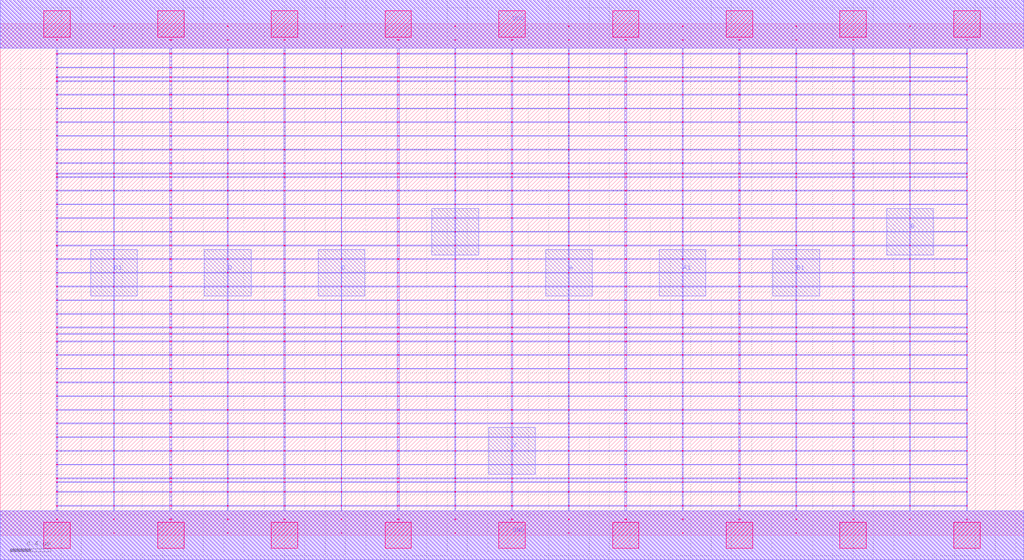
<source format=lef>
MACRO AAOAI2212_DEBUG
 CLASS CORE ;
 FOREIGN AAOAI2212_DEBUG 0 0 ;
 SIZE 10.08 BY 5.04 ;
 ORIGIN 0 0 ;
 SYMMETRY X Y R90 ;
 SITE unit ;
  PIN VDD
   DIRECTION INOUT ;
   USE SIGNAL ;
   SHAPE ABUTMENT ;
    PORT
     CLASS CORE ;
       LAYER met1 ;
        RECT 0.00000000 4.80000000 10.08000000 5.28000000 ;
       LAYER met2 ;
        RECT 0.00000000 4.80000000 10.08000000 5.28000000 ;
    END
  END VDD

  PIN GND
   DIRECTION INOUT ;
   USE SIGNAL ;
   SHAPE ABUTMENT ;
    PORT
     CLASS CORE ;
       LAYER met1 ;
        RECT 0.00000000 -0.24000000 10.08000000 0.24000000 ;
       LAYER met2 ;
        RECT 0.00000000 -0.24000000 10.08000000 0.24000000 ;
    END
  END GND

  PIN Y
   DIRECTION INOUT ;
   USE SIGNAL ;
   SHAPE ABUTMENT ;
    PORT
     CLASS CORE ;
       LAYER met2 ;
        RECT 4.81000000 0.60200000 5.27000000 1.06200000 ;
    END
  END Y

  PIN A
   DIRECTION INOUT ;
   USE SIGNAL ;
   SHAPE ABUTMENT ;
    PORT
     CLASS CORE ;
       LAYER met2 ;
        RECT 5.37000000 2.35700000 5.83000000 2.81700000 ;
    END
  END A

  PIN D1
   DIRECTION INOUT ;
   USE SIGNAL ;
   SHAPE ABUTMENT ;
    PORT
     CLASS CORE ;
       LAYER met2 ;
        RECT 0.89000000 2.35700000 1.35000000 2.81700000 ;
    END
  END D1

  PIN C
   DIRECTION INOUT ;
   USE SIGNAL ;
   SHAPE ABUTMENT ;
    PORT
     CLASS CORE ;
       LAYER met2 ;
        RECT 3.13000000 2.35700000 3.59000000 2.81700000 ;
    END
  END C

  PIN D
   DIRECTION INOUT ;
   USE SIGNAL ;
   SHAPE ABUTMENT ;
    PORT
     CLASS CORE ;
       LAYER met2 ;
        RECT 2.01000000 2.35700000 2.47000000 2.81700000 ;
    END
  END D

  PIN A1
   DIRECTION INOUT ;
   USE SIGNAL ;
   SHAPE ABUTMENT ;
    PORT
     CLASS CORE ;
       LAYER met2 ;
        RECT 6.49000000 2.35700000 6.95000000 2.81700000 ;
    END
  END A1

  PIN B
   DIRECTION INOUT ;
   USE SIGNAL ;
   SHAPE ABUTMENT ;
    PORT
     CLASS CORE ;
       LAYER met2 ;
        RECT 4.25000000 2.76200000 4.71000000 3.22200000 ;
       LAYER met2 ;
        RECT 8.73000000 2.76200000 9.19000000 3.22200000 ;
    END
  END B

  PIN B1
   DIRECTION INOUT ;
   USE SIGNAL ;
   SHAPE ABUTMENT ;
    PORT
     CLASS CORE ;
       LAYER met2 ;
        RECT 7.61000000 2.35700000 8.07000000 2.81700000 ;
    END
  END B1

 OBS
    LAYER polycont ;
     RECT 5.03100000 2.58300000 5.04900000 2.59100000 ;
     RECT 5.03100000 2.71800000 5.04900000 2.72600000 ;
     RECT 5.03100000 2.85300000 5.04900000 2.86100000 ;
     RECT 5.03100000 2.98800000 5.04900000 2.99600000 ;
     RECT 7.27100000 2.58300000 7.28900000 2.59100000 ;
     RECT 7.83600000 2.58300000 7.84400000 2.59100000 ;
     RECT 8.39600000 2.58300000 8.40900000 2.59100000 ;
     RECT 8.95600000 2.58300000 8.96400000 2.59100000 ;
     RECT 9.51600000 2.58300000 9.52400000 2.59100000 ;
     RECT 5.59600000 2.58300000 5.60400000 2.59100000 ;
     RECT 5.59600000 2.71800000 5.60400000 2.72600000 ;
     RECT 6.15100000 2.71800000 6.16900000 2.72600000 ;
     RECT 6.71600000 2.71800000 6.72400000 2.72600000 ;
     RECT 7.27100000 2.71800000 7.28900000 2.72600000 ;
     RECT 7.83600000 2.71800000 7.84400000 2.72600000 ;
     RECT 8.39600000 2.71800000 8.40900000 2.72600000 ;
     RECT 8.95600000 2.71800000 8.96400000 2.72600000 ;
     RECT 9.51600000 2.71800000 9.52400000 2.72600000 ;
     RECT 6.15100000 2.58300000 6.16900000 2.59100000 ;
     RECT 5.59600000 2.85300000 5.60400000 2.86100000 ;
     RECT 6.15100000 2.85300000 6.16900000 2.86100000 ;
     RECT 6.71600000 2.85300000 6.72400000 2.86100000 ;
     RECT 7.27100000 2.85300000 7.28900000 2.86100000 ;
     RECT 7.83600000 2.85300000 7.84400000 2.86100000 ;
     RECT 8.39600000 2.85300000 8.40900000 2.86100000 ;
     RECT 8.95600000 2.85300000 8.96400000 2.86100000 ;
     RECT 9.51600000 2.85300000 9.52400000 2.86100000 ;
     RECT 6.71600000 2.58300000 6.72400000 2.59100000 ;
     RECT 5.59600000 2.98800000 5.60400000 2.99600000 ;
     RECT 6.15100000 2.98800000 6.16900000 2.99600000 ;
     RECT 6.71600000 2.98800000 6.72400000 2.99600000 ;
     RECT 7.27100000 2.98800000 7.28900000 2.99600000 ;
     RECT 7.83600000 2.98800000 7.84400000 2.99600000 ;
     RECT 8.39600000 2.98800000 8.40900000 2.99600000 ;
     RECT 8.95600000 2.98800000 8.96400000 2.99600000 ;
     RECT 9.51600000 2.98800000 9.52400000 2.99600000 ;
     RECT 8.95600000 3.12300000 8.96400000 3.13100000 ;
     RECT 9.51600000 3.12300000 9.52400000 3.13100000 ;
     RECT 8.95600000 3.25800000 8.96400000 3.26600000 ;
     RECT 9.51600000 3.25800000 9.52400000 3.26600000 ;
     RECT 8.95600000 3.39300000 8.96400000 3.40100000 ;
     RECT 9.51600000 3.39300000 9.52400000 3.40100000 ;
     RECT 8.95600000 3.52800000 8.96400000 3.53600000 ;
     RECT 9.51600000 3.52800000 9.52400000 3.53600000 ;
     RECT 8.95600000 3.56100000 8.96400000 3.56900000 ;
     RECT 9.51600000 3.56100000 9.52400000 3.56900000 ;
     RECT 8.95600000 3.66300000 8.96400000 3.67100000 ;
     RECT 9.51600000 3.66300000 9.52400000 3.67100000 ;
     RECT 8.95600000 3.79800000 8.96400000 3.80600000 ;
     RECT 9.51600000 3.79800000 9.52400000 3.80600000 ;
     RECT 8.95600000 3.93300000 8.96400000 3.94100000 ;
     RECT 9.51600000 3.93300000 9.52400000 3.94100000 ;
     RECT 8.95600000 4.06800000 8.96400000 4.07600000 ;
     RECT 9.51600000 4.06800000 9.52400000 4.07600000 ;
     RECT 8.95600000 4.20300000 8.96400000 4.21100000 ;
     RECT 9.51600000 4.20300000 9.52400000 4.21100000 ;
     RECT 8.95600000 4.33800000 8.96400000 4.34600000 ;
     RECT 9.51600000 4.33800000 9.52400000 4.34600000 ;
     RECT 8.95600000 4.47300000 8.96400000 4.48100000 ;
     RECT 9.51600000 4.47300000 9.52400000 4.48100000 ;
     RECT 8.95600000 4.51100000 8.96400000 4.51900000 ;
     RECT 9.51600000 4.51100000 9.52400000 4.51900000 ;
     RECT 8.95600000 4.60800000 8.96400000 4.61600000 ;
     RECT 9.51600000 4.60800000 9.52400000 4.61600000 ;
     RECT 8.95600000 4.74300000 8.96400000 4.75100000 ;
     RECT 9.51600000 4.74300000 9.52400000 4.75100000 ;
     RECT 8.95600000 4.87800000 8.96400000 4.88600000 ;
     RECT 9.51600000 4.87800000 9.52400000 4.88600000 ;
     RECT 1.67100000 2.85300000 1.68900000 2.86100000 ;
     RECT 2.23600000 2.85300000 2.24400000 2.86100000 ;
     RECT 2.79100000 2.85300000 2.80900000 2.86100000 ;
     RECT 3.35600000 2.85300000 3.36400000 2.86100000 ;
     RECT 3.91100000 2.85300000 3.92900000 2.86100000 ;
     RECT 4.47600000 2.85300000 4.48400000 2.86100000 ;
     RECT 1.11600000 2.71800000 1.12400000 2.72600000 ;
     RECT 1.67100000 2.71800000 1.68900000 2.72600000 ;
     RECT 2.23600000 2.71800000 2.24400000 2.72600000 ;
     RECT 2.79100000 2.71800000 2.80900000 2.72600000 ;
     RECT 3.35600000 2.71800000 3.36400000 2.72600000 ;
     RECT 3.91100000 2.71800000 3.92900000 2.72600000 ;
     RECT 4.47600000 2.71800000 4.48400000 2.72600000 ;
     RECT 1.11600000 2.58300000 1.12400000 2.59100000 ;
     RECT 1.67100000 2.58300000 1.68900000 2.59100000 ;
     RECT 0.55100000 2.98800000 0.56400000 2.99600000 ;
     RECT 1.11600000 2.98800000 1.12400000 2.99600000 ;
     RECT 1.67100000 2.98800000 1.68900000 2.99600000 ;
     RECT 2.23600000 2.98800000 2.24400000 2.99600000 ;
     RECT 2.79100000 2.98800000 2.80900000 2.99600000 ;
     RECT 3.35600000 2.98800000 3.36400000 2.99600000 ;
     RECT 3.91100000 2.98800000 3.92900000 2.99600000 ;
     RECT 4.47600000 2.98800000 4.48400000 2.99600000 ;
     RECT 2.23600000 2.58300000 2.24400000 2.59100000 ;
     RECT 2.79100000 2.58300000 2.80900000 2.59100000 ;
     RECT 3.35600000 2.58300000 3.36400000 2.59100000 ;
     RECT 3.91100000 2.58300000 3.92900000 2.59100000 ;
     RECT 4.47600000 2.58300000 4.48400000 2.59100000 ;
     RECT 0.55100000 2.58300000 0.56400000 2.59100000 ;
     RECT 0.55100000 2.71800000 0.56400000 2.72600000 ;
     RECT 0.55100000 2.85300000 0.56400000 2.86100000 ;
     RECT 1.11600000 2.85300000 1.12400000 2.86100000 ;
     RECT 4.47600000 0.15300000 4.48400000 0.16100000 ;
     RECT 4.47600000 0.28800000 4.48400000 0.29600000 ;
     RECT 4.47600000 0.42300000 4.48400000 0.43100000 ;
     RECT 4.47600000 0.52100000 4.48400000 0.52900000 ;
     RECT 4.47600000 0.55800000 4.48400000 0.56600000 ;
     RECT 4.47600000 0.69300000 4.48400000 0.70100000 ;
     RECT 4.47600000 0.82800000 4.48400000 0.83600000 ;
     RECT 4.47600000 0.96300000 4.48400000 0.97100000 ;
     RECT 4.47600000 1.09800000 4.48400000 1.10600000 ;
     RECT 4.47600000 1.23300000 4.48400000 1.24100000 ;
     RECT 4.47600000 1.36800000 4.48400000 1.37600000 ;
     RECT 4.47600000 1.50300000 4.48400000 1.51100000 ;
     RECT 4.47600000 1.63800000 4.48400000 1.64600000 ;
     RECT 4.47600000 1.77300000 4.48400000 1.78100000 ;
     RECT 4.47600000 1.90800000 4.48400000 1.91600000 ;
     RECT 4.47600000 1.98100000 4.48400000 1.98900000 ;
     RECT 4.47600000 2.04300000 4.48400000 2.05100000 ;
     RECT 4.47600000 2.17800000 4.48400000 2.18600000 ;
     RECT 4.47600000 2.31300000 4.48400000 2.32100000 ;
     RECT 4.47600000 2.44800000 4.48400000 2.45600000 ;

    LAYER pdiffc ;
     RECT 0.55100000 3.39300000 0.55900000 3.40100000 ;
     RECT 8.40100000 3.39300000 8.40900000 3.40100000 ;
     RECT 0.55100000 3.52800000 0.55900000 3.53600000 ;
     RECT 8.40100000 3.52800000 8.40900000 3.53600000 ;
     RECT 0.55100000 3.56100000 0.55900000 3.56900000 ;
     RECT 8.40100000 3.56100000 8.40900000 3.56900000 ;
     RECT 0.55100000 3.66300000 0.55900000 3.67100000 ;
     RECT 8.40100000 3.66300000 8.40900000 3.67100000 ;
     RECT 0.55100000 3.79800000 0.55900000 3.80600000 ;
     RECT 8.40100000 3.79800000 8.40900000 3.80600000 ;
     RECT 0.55100000 3.93300000 0.55900000 3.94100000 ;
     RECT 8.40100000 3.93300000 8.40900000 3.94100000 ;
     RECT 0.55100000 4.06800000 0.55900000 4.07600000 ;
     RECT 8.40100000 4.06800000 8.40900000 4.07600000 ;
     RECT 0.55100000 4.20300000 0.55900000 4.21100000 ;
     RECT 8.40100000 4.20300000 8.40900000 4.21100000 ;
     RECT 0.55100000 4.33800000 0.55900000 4.34600000 ;
     RECT 8.40100000 4.33800000 8.40900000 4.34600000 ;
     RECT 0.55100000 4.47300000 0.55900000 4.48100000 ;
     RECT 8.40100000 4.47300000 8.40900000 4.48100000 ;
     RECT 0.55100000 4.51100000 0.55900000 4.51900000 ;
     RECT 8.40100000 4.51100000 8.40900000 4.51900000 ;
     RECT 0.55100000 4.60800000 0.55900000 4.61600000 ;
     RECT 8.40100000 4.60800000 8.40900000 4.61600000 ;

    LAYER ndiffc ;
     RECT 5.03100000 0.42300000 5.04900000 0.43100000 ;
     RECT 5.03100000 0.52100000 5.04900000 0.52900000 ;
     RECT 5.03100000 0.55800000 5.04900000 0.56600000 ;
     RECT 5.03100000 0.69300000 5.04900000 0.70100000 ;
     RECT 5.03100000 0.82800000 5.04900000 0.83600000 ;
     RECT 5.03100000 0.96300000 5.04900000 0.97100000 ;
     RECT 5.03100000 1.09800000 5.04900000 1.10600000 ;
     RECT 5.03100000 1.23300000 5.04900000 1.24100000 ;
     RECT 5.03100000 1.36800000 5.04900000 1.37600000 ;
     RECT 5.03100000 1.50300000 5.04900000 1.51100000 ;
     RECT 5.03100000 1.63800000 5.04900000 1.64600000 ;
     RECT 5.03100000 1.77300000 5.04900000 1.78100000 ;
     RECT 5.03100000 1.90800000 5.04900000 1.91600000 ;
     RECT 5.03100000 1.98100000 5.04900000 1.98900000 ;
     RECT 5.03100000 2.04300000 5.04900000 2.05100000 ;
     RECT 8.39600000 0.42300000 8.40900000 0.43100000 ;
     RECT 6.15100000 0.69300000 6.16900000 0.70100000 ;
     RECT 7.27100000 0.69300000 7.28900000 0.70100000 ;
     RECT 8.39600000 0.69300000 8.40900000 0.70100000 ;
     RECT 9.51600000 0.69300000 9.52400000 0.70100000 ;
     RECT 9.51600000 0.42300000 9.52400000 0.43100000 ;
     RECT 6.15100000 0.82800000 6.16900000 0.83600000 ;
     RECT 7.27100000 0.82800000 7.28900000 0.83600000 ;
     RECT 8.39600000 0.82800000 8.40900000 0.83600000 ;
     RECT 9.51600000 0.82800000 9.52400000 0.83600000 ;
     RECT 6.15100000 0.42300000 6.16900000 0.43100000 ;
     RECT 6.15100000 0.96300000 6.16900000 0.97100000 ;
     RECT 7.27100000 0.96300000 7.28900000 0.97100000 ;
     RECT 8.39600000 0.96300000 8.40900000 0.97100000 ;
     RECT 9.51600000 0.96300000 9.52400000 0.97100000 ;
     RECT 6.15100000 0.52100000 6.16900000 0.52900000 ;
     RECT 6.15100000 1.09800000 6.16900000 1.10600000 ;
     RECT 7.27100000 1.09800000 7.28900000 1.10600000 ;
     RECT 8.39600000 1.09800000 8.40900000 1.10600000 ;
     RECT 9.51600000 1.09800000 9.52400000 1.10600000 ;
     RECT 7.27100000 0.52100000 7.28900000 0.52900000 ;
     RECT 6.15100000 1.23300000 6.16900000 1.24100000 ;
     RECT 7.27100000 1.23300000 7.28900000 1.24100000 ;
     RECT 8.39600000 1.23300000 8.40900000 1.24100000 ;
     RECT 9.51600000 1.23300000 9.52400000 1.24100000 ;
     RECT 8.39600000 0.52100000 8.40900000 0.52900000 ;
     RECT 6.15100000 1.36800000 6.16900000 1.37600000 ;
     RECT 7.27100000 1.36800000 7.28900000 1.37600000 ;
     RECT 8.39600000 1.36800000 8.40900000 1.37600000 ;
     RECT 9.51600000 1.36800000 9.52400000 1.37600000 ;
     RECT 9.51600000 0.52100000 9.52400000 0.52900000 ;
     RECT 6.15100000 1.50300000 6.16900000 1.51100000 ;
     RECT 7.27100000 1.50300000 7.28900000 1.51100000 ;
     RECT 8.39600000 1.50300000 8.40900000 1.51100000 ;
     RECT 9.51600000 1.50300000 9.52400000 1.51100000 ;
     RECT 7.27100000 0.42300000 7.28900000 0.43100000 ;
     RECT 6.15100000 1.63800000 6.16900000 1.64600000 ;
     RECT 7.27100000 1.63800000 7.28900000 1.64600000 ;
     RECT 8.39600000 1.63800000 8.40900000 1.64600000 ;
     RECT 9.51600000 1.63800000 9.52400000 1.64600000 ;
     RECT 6.15100000 0.55800000 6.16900000 0.56600000 ;
     RECT 6.15100000 1.77300000 6.16900000 1.78100000 ;
     RECT 7.27100000 1.77300000 7.28900000 1.78100000 ;
     RECT 8.39600000 1.77300000 8.40900000 1.78100000 ;
     RECT 9.51600000 1.77300000 9.52400000 1.78100000 ;
     RECT 7.27100000 0.55800000 7.28900000 0.56600000 ;
     RECT 6.15100000 1.90800000 6.16900000 1.91600000 ;
     RECT 7.27100000 1.90800000 7.28900000 1.91600000 ;
     RECT 8.39600000 1.90800000 8.40900000 1.91600000 ;
     RECT 9.51600000 1.90800000 9.52400000 1.91600000 ;
     RECT 8.39600000 0.55800000 8.40900000 0.56600000 ;
     RECT 6.15100000 1.98100000 6.16900000 1.98900000 ;
     RECT 7.27100000 1.98100000 7.28900000 1.98900000 ;
     RECT 8.39600000 1.98100000 8.40900000 1.98900000 ;
     RECT 9.51600000 1.98100000 9.52400000 1.98900000 ;
     RECT 9.51600000 0.55800000 9.52400000 0.56600000 ;
     RECT 6.15100000 2.04300000 6.16900000 2.05100000 ;
     RECT 7.27100000 2.04300000 7.28900000 2.05100000 ;
     RECT 8.39600000 2.04300000 8.40900000 2.05100000 ;
     RECT 9.51600000 2.04300000 9.52400000 2.05100000 ;
     RECT 3.91100000 1.36800000 3.92900000 1.37600000 ;
     RECT 2.79100000 0.55800000 2.80900000 0.56600000 ;
     RECT 3.91100000 0.55800000 3.92900000 0.56600000 ;
     RECT 1.67100000 0.52100000 1.68900000 0.52900000 ;
     RECT 2.79100000 0.52100000 2.80900000 0.52900000 ;
     RECT 3.91100000 0.52100000 3.92900000 0.52900000 ;
     RECT 0.55100000 1.50300000 0.56400000 1.51100000 ;
     RECT 1.67100000 1.50300000 1.68900000 1.51100000 ;
     RECT 2.79100000 1.50300000 2.80900000 1.51100000 ;
     RECT 3.91100000 1.50300000 3.92900000 1.51100000 ;
     RECT 0.55100000 0.96300000 0.56400000 0.97100000 ;
     RECT 1.67100000 0.96300000 1.68900000 0.97100000 ;
     RECT 2.79100000 0.96300000 2.80900000 0.97100000 ;
     RECT 3.91100000 0.96300000 3.92900000 0.97100000 ;
     RECT 1.67100000 0.42300000 1.68900000 0.43100000 ;
     RECT 0.55100000 1.63800000 0.56400000 1.64600000 ;
     RECT 1.67100000 1.63800000 1.68900000 1.64600000 ;
     RECT 2.79100000 1.63800000 2.80900000 1.64600000 ;
     RECT 3.91100000 1.63800000 3.92900000 1.64600000 ;
     RECT 2.79100000 0.42300000 2.80900000 0.43100000 ;
     RECT 0.55100000 0.69300000 0.56400000 0.70100000 ;
     RECT 1.67100000 0.69300000 1.68900000 0.70100000 ;
     RECT 2.79100000 0.69300000 2.80900000 0.70100000 ;
     RECT 0.55100000 1.09800000 0.56400000 1.10600000 ;
     RECT 0.55100000 1.77300000 0.56400000 1.78100000 ;
     RECT 1.67100000 1.77300000 1.68900000 1.78100000 ;
     RECT 2.79100000 1.77300000 2.80900000 1.78100000 ;
     RECT 3.91100000 1.77300000 3.92900000 1.78100000 ;
     RECT 1.67100000 1.09800000 1.68900000 1.10600000 ;
     RECT 2.79100000 1.09800000 2.80900000 1.10600000 ;
     RECT 3.91100000 1.09800000 3.92900000 1.10600000 ;
     RECT 3.91100000 0.69300000 3.92900000 0.70100000 ;
     RECT 3.91100000 0.42300000 3.92900000 0.43100000 ;
     RECT 0.55100000 1.90800000 0.56400000 1.91600000 ;
     RECT 1.67100000 1.90800000 1.68900000 1.91600000 ;
     RECT 2.79100000 1.90800000 2.80900000 1.91600000 ;
     RECT 3.91100000 1.90800000 3.92900000 1.91600000 ;
     RECT 0.55100000 0.42300000 0.56400000 0.43100000 ;
     RECT 0.55100000 0.52100000 0.56400000 0.52900000 ;
     RECT 0.55100000 0.55800000 0.56400000 0.56600000 ;
     RECT 0.55100000 1.23300000 0.56400000 1.24100000 ;
     RECT 1.67100000 1.23300000 1.68900000 1.24100000 ;
     RECT 0.55100000 1.98100000 0.56400000 1.98900000 ;
     RECT 1.67100000 1.98100000 1.68900000 1.98900000 ;
     RECT 2.79100000 1.98100000 2.80900000 1.98900000 ;
     RECT 3.91100000 1.98100000 3.92900000 1.98900000 ;
     RECT 2.79100000 1.23300000 2.80900000 1.24100000 ;
     RECT 3.91100000 1.23300000 3.92900000 1.24100000 ;
     RECT 1.67100000 0.55800000 1.68900000 0.56600000 ;
     RECT 0.55100000 0.82800000 0.56400000 0.83600000 ;
     RECT 1.67100000 0.82800000 1.68900000 0.83600000 ;
     RECT 0.55100000 2.04300000 0.56400000 2.05100000 ;
     RECT 1.67100000 2.04300000 1.68900000 2.05100000 ;
     RECT 2.79100000 2.04300000 2.80900000 2.05100000 ;
     RECT 3.91100000 2.04300000 3.92900000 2.05100000 ;
     RECT 2.79100000 0.82800000 2.80900000 0.83600000 ;
     RECT 3.91100000 0.82800000 3.92900000 0.83600000 ;
     RECT 0.55100000 1.36800000 0.56400000 1.37600000 ;
     RECT 1.67100000 1.36800000 1.68900000 1.37600000 ;
     RECT 2.79100000 1.36800000 2.80900000 1.37600000 ;

    LAYER met1 ;
     RECT 0.00000000 -0.24000000 10.08000000 0.24000000 ;
     RECT 5.03100000 0.24000000 5.04900000 0.28800000 ;
     RECT 0.55100000 0.28800000 9.52400000 0.29600000 ;
     RECT 5.03100000 0.29600000 5.04900000 0.42300000 ;
     RECT 0.55100000 0.42300000 9.52400000 0.43100000 ;
     RECT 5.03100000 0.43100000 5.04900000 0.52100000 ;
     RECT 0.55100000 0.52100000 9.52400000 0.52900000 ;
     RECT 5.03100000 0.52900000 5.04900000 0.55800000 ;
     RECT 0.55100000 0.55800000 9.52400000 0.56600000 ;
     RECT 5.03100000 0.56600000 5.04900000 0.69300000 ;
     RECT 0.55100000 0.69300000 9.52400000 0.70100000 ;
     RECT 5.03100000 0.70100000 5.04900000 0.82800000 ;
     RECT 0.55100000 0.82800000 9.52400000 0.83600000 ;
     RECT 5.03100000 0.83600000 5.04900000 0.96300000 ;
     RECT 0.55100000 0.96300000 9.52400000 0.97100000 ;
     RECT 5.03100000 0.97100000 5.04900000 1.09800000 ;
     RECT 0.55100000 1.09800000 9.52400000 1.10600000 ;
     RECT 5.03100000 1.10600000 5.04900000 1.23300000 ;
     RECT 0.55100000 1.23300000 9.52400000 1.24100000 ;
     RECT 5.03100000 1.24100000 5.04900000 1.36800000 ;
     RECT 0.55100000 1.36800000 9.52400000 1.37600000 ;
     RECT 5.03100000 1.37600000 5.04900000 1.50300000 ;
     RECT 0.55100000 1.50300000 9.52400000 1.51100000 ;
     RECT 5.03100000 1.51100000 5.04900000 1.63800000 ;
     RECT 0.55100000 1.63800000 9.52400000 1.64600000 ;
     RECT 5.03100000 1.64600000 5.04900000 1.77300000 ;
     RECT 0.55100000 1.77300000 9.52400000 1.78100000 ;
     RECT 5.03100000 1.78100000 5.04900000 1.90800000 ;
     RECT 0.55100000 1.90800000 9.52400000 1.91600000 ;
     RECT 5.03100000 1.91600000 5.04900000 1.98100000 ;
     RECT 0.55100000 1.98100000 9.52400000 1.98900000 ;
     RECT 5.03100000 1.98900000 5.04900000 2.04300000 ;
     RECT 0.55100000 2.04300000 9.52400000 2.05100000 ;
     RECT 5.03100000 2.05100000 5.04900000 2.17800000 ;
     RECT 0.55100000 2.17800000 9.52400000 2.18600000 ;
     RECT 5.03100000 2.18600000 5.04900000 2.31300000 ;
     RECT 0.55100000 2.31300000 9.52400000 2.32100000 ;
     RECT 5.03100000 2.32100000 5.04900000 2.44800000 ;
     RECT 0.55100000 2.44800000 9.52400000 2.45600000 ;
     RECT 0.55100000 2.45600000 0.56400000 2.58300000 ;
     RECT 1.11600000 2.45600000 1.12400000 2.58300000 ;
     RECT 1.67100000 2.45600000 1.68900000 2.58300000 ;
     RECT 2.23600000 2.45600000 2.24400000 2.58300000 ;
     RECT 2.79100000 2.45600000 2.80900000 2.58300000 ;
     RECT 3.35600000 2.45600000 3.36400000 2.58300000 ;
     RECT 3.91100000 2.45600000 3.92900000 2.58300000 ;
     RECT 4.47600000 2.45600000 4.48400000 2.58300000 ;
     RECT 5.03100000 2.45600000 5.04900000 2.58300000 ;
     RECT 5.59600000 2.45600000 5.60400000 2.58300000 ;
     RECT 6.15100000 2.45600000 6.16900000 2.58300000 ;
     RECT 6.71600000 2.45600000 6.72400000 2.58300000 ;
     RECT 7.27100000 2.45600000 7.28900000 2.58300000 ;
     RECT 7.83600000 2.45600000 7.84400000 2.58300000 ;
     RECT 8.39600000 2.45600000 8.40900000 2.58300000 ;
     RECT 8.95600000 2.45600000 8.96400000 2.58300000 ;
     RECT 9.51600000 2.45600000 9.52400000 2.58300000 ;
     RECT 0.55100000 2.58300000 9.52400000 2.59100000 ;
     RECT 5.03100000 2.59100000 5.04900000 2.71800000 ;
     RECT 0.55100000 2.71800000 9.52400000 2.72600000 ;
     RECT 5.03100000 2.72600000 5.04900000 2.85300000 ;
     RECT 0.55100000 2.85300000 9.52400000 2.86100000 ;
     RECT 5.03100000 2.86100000 5.04900000 2.98800000 ;
     RECT 0.55100000 2.98800000 9.52400000 2.99600000 ;
     RECT 5.03100000 2.99600000 5.04900000 3.12300000 ;
     RECT 0.55100000 3.12300000 9.52400000 3.13100000 ;
     RECT 5.03100000 3.13100000 5.04900000 3.25800000 ;
     RECT 0.55100000 3.25800000 9.52400000 3.26600000 ;
     RECT 5.03100000 3.26600000 5.04900000 3.39300000 ;
     RECT 0.55100000 3.39300000 9.52400000 3.40100000 ;
     RECT 5.03100000 3.40100000 5.04900000 3.52800000 ;
     RECT 0.55100000 3.52800000 9.52400000 3.53600000 ;
     RECT 5.03100000 3.53600000 5.04900000 3.56100000 ;
     RECT 0.55100000 3.56100000 9.52400000 3.56900000 ;
     RECT 5.03100000 3.56900000 5.04900000 3.66300000 ;
     RECT 0.55100000 3.66300000 9.52400000 3.67100000 ;
     RECT 5.03100000 3.67100000 5.04900000 3.79800000 ;
     RECT 0.55100000 3.79800000 9.52400000 3.80600000 ;
     RECT 5.03100000 3.80600000 5.04900000 3.93300000 ;
     RECT 0.55100000 3.93300000 9.52400000 3.94100000 ;
     RECT 5.03100000 3.94100000 5.04900000 4.06800000 ;
     RECT 0.55100000 4.06800000 9.52400000 4.07600000 ;
     RECT 5.03100000 4.07600000 5.04900000 4.20300000 ;
     RECT 0.55100000 4.20300000 9.52400000 4.21100000 ;
     RECT 5.03100000 4.21100000 5.04900000 4.33800000 ;
     RECT 0.55100000 4.33800000 9.52400000 4.34600000 ;
     RECT 5.03100000 4.34600000 5.04900000 4.47300000 ;
     RECT 0.55100000 4.47300000 9.52400000 4.48100000 ;
     RECT 5.03100000 4.48100000 5.04900000 4.51100000 ;
     RECT 0.55100000 4.51100000 9.52400000 4.51900000 ;
     RECT 5.03100000 4.51900000 5.04900000 4.60800000 ;
     RECT 0.55100000 4.60800000 9.52400000 4.61600000 ;
     RECT 5.03100000 4.61600000 5.04900000 4.74300000 ;
     RECT 0.55100000 4.74300000 9.52400000 4.75100000 ;
     RECT 5.03100000 4.75100000 5.04900000 4.80000000 ;
     RECT 0.00000000 4.80000000 10.08000000 5.28000000 ;
     RECT 5.59600000 3.80600000 5.60400000 3.93300000 ;
     RECT 6.15100000 3.80600000 6.16900000 3.93300000 ;
     RECT 6.71600000 3.80600000 6.72400000 3.93300000 ;
     RECT 7.27100000 3.80600000 7.28900000 3.93300000 ;
     RECT 7.83600000 3.80600000 7.84400000 3.93300000 ;
     RECT 8.39600000 3.80600000 8.40900000 3.93300000 ;
     RECT 8.95600000 3.80600000 8.96400000 3.93300000 ;
     RECT 9.51600000 3.80600000 9.52400000 3.93300000 ;
     RECT 7.83600000 3.94100000 7.84400000 4.06800000 ;
     RECT 8.39600000 3.94100000 8.40900000 4.06800000 ;
     RECT 8.95600000 3.94100000 8.96400000 4.06800000 ;
     RECT 9.51600000 3.94100000 9.52400000 4.06800000 ;
     RECT 7.83600000 4.07600000 7.84400000 4.20300000 ;
     RECT 8.39600000 4.07600000 8.40900000 4.20300000 ;
     RECT 8.95600000 4.07600000 8.96400000 4.20300000 ;
     RECT 9.51600000 4.07600000 9.52400000 4.20300000 ;
     RECT 7.83600000 4.21100000 7.84400000 4.33800000 ;
     RECT 8.39600000 4.21100000 8.40900000 4.33800000 ;
     RECT 8.95600000 4.21100000 8.96400000 4.33800000 ;
     RECT 9.51600000 4.21100000 9.52400000 4.33800000 ;
     RECT 7.83600000 4.34600000 7.84400000 4.47300000 ;
     RECT 8.39600000 4.34600000 8.40900000 4.47300000 ;
     RECT 8.95600000 4.34600000 8.96400000 4.47300000 ;
     RECT 9.51600000 4.34600000 9.52400000 4.47300000 ;
     RECT 7.83600000 4.48100000 7.84400000 4.51100000 ;
     RECT 8.39600000 4.48100000 8.40900000 4.51100000 ;
     RECT 8.95600000 4.48100000 8.96400000 4.51100000 ;
     RECT 9.51600000 4.48100000 9.52400000 4.51100000 ;
     RECT 7.83600000 4.51900000 7.84400000 4.60800000 ;
     RECT 8.39600000 4.51900000 8.40900000 4.60800000 ;
     RECT 8.95600000 4.51900000 8.96400000 4.60800000 ;
     RECT 9.51600000 4.51900000 9.52400000 4.60800000 ;
     RECT 7.83600000 4.61600000 7.84400000 4.74300000 ;
     RECT 8.39600000 4.61600000 8.40900000 4.74300000 ;
     RECT 8.95600000 4.61600000 8.96400000 4.74300000 ;
     RECT 9.51600000 4.61600000 9.52400000 4.74300000 ;
     RECT 7.83600000 4.75100000 7.84400000 4.80000000 ;
     RECT 8.39600000 4.75100000 8.40900000 4.80000000 ;
     RECT 8.95600000 4.75100000 8.96400000 4.80000000 ;
     RECT 9.51600000 4.75100000 9.52400000 4.80000000 ;
     RECT 5.59600000 4.48100000 5.60400000 4.51100000 ;
     RECT 6.15100000 4.48100000 6.16900000 4.51100000 ;
     RECT 6.71600000 4.48100000 6.72400000 4.51100000 ;
     RECT 7.27100000 4.48100000 7.28900000 4.51100000 ;
     RECT 5.59600000 4.21100000 5.60400000 4.33800000 ;
     RECT 6.15100000 4.21100000 6.16900000 4.33800000 ;
     RECT 6.71600000 4.21100000 6.72400000 4.33800000 ;
     RECT 7.27100000 4.21100000 7.28900000 4.33800000 ;
     RECT 5.59600000 4.51900000 5.60400000 4.60800000 ;
     RECT 6.15100000 4.51900000 6.16900000 4.60800000 ;
     RECT 6.71600000 4.51900000 6.72400000 4.60800000 ;
     RECT 7.27100000 4.51900000 7.28900000 4.60800000 ;
     RECT 5.59600000 4.07600000 5.60400000 4.20300000 ;
     RECT 6.15100000 4.07600000 6.16900000 4.20300000 ;
     RECT 6.71600000 4.07600000 6.72400000 4.20300000 ;
     RECT 7.27100000 4.07600000 7.28900000 4.20300000 ;
     RECT 5.59600000 4.61600000 5.60400000 4.74300000 ;
     RECT 6.15100000 4.61600000 6.16900000 4.74300000 ;
     RECT 6.71600000 4.61600000 6.72400000 4.74300000 ;
     RECT 7.27100000 4.61600000 7.28900000 4.74300000 ;
     RECT 5.59600000 4.34600000 5.60400000 4.47300000 ;
     RECT 6.15100000 4.34600000 6.16900000 4.47300000 ;
     RECT 6.71600000 4.34600000 6.72400000 4.47300000 ;
     RECT 7.27100000 4.34600000 7.28900000 4.47300000 ;
     RECT 5.59600000 4.75100000 5.60400000 4.80000000 ;
     RECT 6.15100000 4.75100000 6.16900000 4.80000000 ;
     RECT 6.71600000 4.75100000 6.72400000 4.80000000 ;
     RECT 7.27100000 4.75100000 7.28900000 4.80000000 ;
     RECT 5.59600000 3.94100000 5.60400000 4.06800000 ;
     RECT 6.15100000 3.94100000 6.16900000 4.06800000 ;
     RECT 6.71600000 3.94100000 6.72400000 4.06800000 ;
     RECT 7.27100000 3.94100000 7.28900000 4.06800000 ;
     RECT 5.59600000 2.59100000 5.60400000 2.71800000 ;
     RECT 6.15100000 2.59100000 6.16900000 2.71800000 ;
     RECT 5.59600000 3.26600000 5.60400000 3.39300000 ;
     RECT 6.15100000 3.26600000 6.16900000 3.39300000 ;
     RECT 5.59600000 2.86100000 5.60400000 2.98800000 ;
     RECT 6.15100000 2.86100000 6.16900000 2.98800000 ;
     RECT 6.71600000 3.26600000 6.72400000 3.39300000 ;
     RECT 7.27100000 3.26600000 7.28900000 3.39300000 ;
     RECT 5.59600000 2.72600000 5.60400000 2.85300000 ;
     RECT 6.15100000 2.72600000 6.16900000 2.85300000 ;
     RECT 5.59600000 3.40100000 5.60400000 3.52800000 ;
     RECT 6.15100000 3.40100000 6.16900000 3.52800000 ;
     RECT 5.59600000 2.99600000 5.60400000 3.12300000 ;
     RECT 6.15100000 2.99600000 6.16900000 3.12300000 ;
     RECT 6.71600000 3.40100000 6.72400000 3.52800000 ;
     RECT 7.27100000 3.40100000 7.28900000 3.52800000 ;
     RECT 6.71600000 2.86100000 6.72400000 2.98800000 ;
     RECT 7.27100000 2.86100000 7.28900000 2.98800000 ;
     RECT 6.71600000 2.72600000 6.72400000 2.85300000 ;
     RECT 7.27100000 2.72600000 7.28900000 2.85300000 ;
     RECT 5.59600000 3.53600000 5.60400000 3.56100000 ;
     RECT 6.15100000 3.53600000 6.16900000 3.56100000 ;
     RECT 6.71600000 2.99600000 6.72400000 3.12300000 ;
     RECT 7.27100000 2.99600000 7.28900000 3.12300000 ;
     RECT 6.71600000 3.53600000 6.72400000 3.56100000 ;
     RECT 7.27100000 3.53600000 7.28900000 3.56100000 ;
     RECT 5.59600000 3.56900000 5.60400000 3.66300000 ;
     RECT 6.15100000 3.56900000 6.16900000 3.66300000 ;
     RECT 6.71600000 3.56900000 6.72400000 3.66300000 ;
     RECT 7.27100000 3.56900000 7.28900000 3.66300000 ;
     RECT 5.59600000 3.67100000 5.60400000 3.79800000 ;
     RECT 6.15100000 3.67100000 6.16900000 3.79800000 ;
     RECT 6.71600000 3.67100000 6.72400000 3.79800000 ;
     RECT 7.27100000 3.67100000 7.28900000 3.79800000 ;
     RECT 6.71600000 2.59100000 6.72400000 2.71800000 ;
     RECT 7.27100000 2.59100000 7.28900000 2.71800000 ;
     RECT 5.59600000 3.13100000 5.60400000 3.25800000 ;
     RECT 6.15100000 3.13100000 6.16900000 3.25800000 ;
     RECT 6.71600000 3.13100000 6.72400000 3.25800000 ;
     RECT 7.27100000 3.13100000 7.28900000 3.25800000 ;
     RECT 8.39600000 2.59100000 8.40900000 2.71800000 ;
     RECT 9.51600000 2.99600000 9.52400000 3.12300000 ;
     RECT 7.83600000 3.13100000 7.84400000 3.25800000 ;
     RECT 7.83600000 3.56900000 7.84400000 3.66300000 ;
     RECT 8.39600000 3.56900000 8.40900000 3.66300000 ;
     RECT 8.95600000 3.56900000 8.96400000 3.66300000 ;
     RECT 9.51600000 3.56900000 9.52400000 3.66300000 ;
     RECT 8.95600000 2.72600000 8.96400000 2.85300000 ;
     RECT 9.51600000 2.72600000 9.52400000 2.85300000 ;
     RECT 8.39600000 3.13100000 8.40900000 3.25800000 ;
     RECT 7.83600000 3.40100000 7.84400000 3.52800000 ;
     RECT 8.39600000 3.40100000 8.40900000 3.52800000 ;
     RECT 8.95600000 3.40100000 8.96400000 3.52800000 ;
     RECT 7.83600000 3.67100000 7.84400000 3.79800000 ;
     RECT 8.39600000 3.67100000 8.40900000 3.79800000 ;
     RECT 8.95600000 3.67100000 8.96400000 3.79800000 ;
     RECT 7.83600000 2.86100000 7.84400000 2.98800000 ;
     RECT 8.39600000 2.86100000 8.40900000 2.98800000 ;
     RECT 9.51600000 3.67100000 9.52400000 3.79800000 ;
     RECT 9.51600000 3.40100000 9.52400000 3.52800000 ;
     RECT 8.95600000 3.13100000 8.96400000 3.25800000 ;
     RECT 7.83600000 3.26600000 7.84400000 3.39300000 ;
     RECT 8.39600000 3.26600000 8.40900000 3.39300000 ;
     RECT 8.95600000 3.26600000 8.96400000 3.39300000 ;
     RECT 9.51600000 3.26600000 9.52400000 3.39300000 ;
     RECT 9.51600000 3.13100000 9.52400000 3.25800000 ;
     RECT 8.95600000 2.86100000 8.96400000 2.98800000 ;
     RECT 9.51600000 2.86100000 9.52400000 2.98800000 ;
     RECT 7.83600000 3.53600000 7.84400000 3.56100000 ;
     RECT 7.83600000 2.99600000 7.84400000 3.12300000 ;
     RECT 8.39600000 2.99600000 8.40900000 3.12300000 ;
     RECT 8.39600000 3.53600000 8.40900000 3.56100000 ;
     RECT 8.95600000 3.53600000 8.96400000 3.56100000 ;
     RECT 9.51600000 3.53600000 9.52400000 3.56100000 ;
     RECT 7.83600000 2.72600000 7.84400000 2.85300000 ;
     RECT 8.39600000 2.72600000 8.40900000 2.85300000 ;
     RECT 8.95600000 2.59100000 8.96400000 2.71800000 ;
     RECT 9.51600000 2.59100000 9.52400000 2.71800000 ;
     RECT 7.83600000 2.59100000 7.84400000 2.71800000 ;
     RECT 8.95600000 2.99600000 8.96400000 3.12300000 ;
     RECT 0.55100000 3.80600000 0.56400000 3.93300000 ;
     RECT 1.11600000 3.80600000 1.12400000 3.93300000 ;
     RECT 1.67100000 3.80600000 1.68900000 3.93300000 ;
     RECT 2.23600000 3.80600000 2.24400000 3.93300000 ;
     RECT 2.79100000 3.80600000 2.80900000 3.93300000 ;
     RECT 3.35600000 3.80600000 3.36400000 3.93300000 ;
     RECT 3.91100000 3.80600000 3.92900000 3.93300000 ;
     RECT 4.47600000 3.80600000 4.48400000 3.93300000 ;
     RECT 2.79100000 4.21100000 2.80900000 4.33800000 ;
     RECT 3.35600000 4.21100000 3.36400000 4.33800000 ;
     RECT 3.91100000 4.21100000 3.92900000 4.33800000 ;
     RECT 4.47600000 4.21100000 4.48400000 4.33800000 ;
     RECT 2.79100000 4.34600000 2.80900000 4.47300000 ;
     RECT 3.35600000 4.34600000 3.36400000 4.47300000 ;
     RECT 3.91100000 4.34600000 3.92900000 4.47300000 ;
     RECT 4.47600000 4.34600000 4.48400000 4.47300000 ;
     RECT 2.79100000 4.48100000 2.80900000 4.51100000 ;
     RECT 3.35600000 4.48100000 3.36400000 4.51100000 ;
     RECT 3.91100000 4.48100000 3.92900000 4.51100000 ;
     RECT 4.47600000 4.48100000 4.48400000 4.51100000 ;
     RECT 2.79100000 4.51900000 2.80900000 4.60800000 ;
     RECT 3.35600000 4.51900000 3.36400000 4.60800000 ;
     RECT 3.91100000 4.51900000 3.92900000 4.60800000 ;
     RECT 4.47600000 4.51900000 4.48400000 4.60800000 ;
     RECT 2.79100000 4.61600000 2.80900000 4.74300000 ;
     RECT 3.35600000 4.61600000 3.36400000 4.74300000 ;
     RECT 3.91100000 4.61600000 3.92900000 4.74300000 ;
     RECT 4.47600000 4.61600000 4.48400000 4.74300000 ;
     RECT 2.79100000 4.75100000 2.80900000 4.80000000 ;
     RECT 3.35600000 4.75100000 3.36400000 4.80000000 ;
     RECT 3.91100000 4.75100000 3.92900000 4.80000000 ;
     RECT 4.47600000 4.75100000 4.48400000 4.80000000 ;
     RECT 2.79100000 3.94100000 2.80900000 4.06800000 ;
     RECT 3.35600000 3.94100000 3.36400000 4.06800000 ;
     RECT 3.91100000 3.94100000 3.92900000 4.06800000 ;
     RECT 4.47600000 3.94100000 4.48400000 4.06800000 ;
     RECT 2.79100000 4.07600000 2.80900000 4.20300000 ;
     RECT 3.35600000 4.07600000 3.36400000 4.20300000 ;
     RECT 3.91100000 4.07600000 3.92900000 4.20300000 ;
     RECT 4.47600000 4.07600000 4.48400000 4.20300000 ;
     RECT 0.55100000 4.51900000 0.56400000 4.60800000 ;
     RECT 1.11600000 4.51900000 1.12400000 4.60800000 ;
     RECT 1.67100000 4.51900000 1.68900000 4.60800000 ;
     RECT 2.23600000 4.51900000 2.24400000 4.60800000 ;
     RECT 0.55100000 4.07600000 0.56400000 4.20300000 ;
     RECT 1.11600000 4.07600000 1.12400000 4.20300000 ;
     RECT 1.67100000 4.07600000 1.68900000 4.20300000 ;
     RECT 2.23600000 4.07600000 2.24400000 4.20300000 ;
     RECT 0.55100000 4.61600000 0.56400000 4.74300000 ;
     RECT 1.11600000 4.61600000 1.12400000 4.74300000 ;
     RECT 1.67100000 4.61600000 1.68900000 4.74300000 ;
     RECT 2.23600000 4.61600000 2.24400000 4.74300000 ;
     RECT 0.55100000 4.34600000 0.56400000 4.47300000 ;
     RECT 1.11600000 4.34600000 1.12400000 4.47300000 ;
     RECT 1.67100000 4.34600000 1.68900000 4.47300000 ;
     RECT 2.23600000 4.34600000 2.24400000 4.47300000 ;
     RECT 0.55100000 4.75100000 0.56400000 4.80000000 ;
     RECT 1.11600000 4.75100000 1.12400000 4.80000000 ;
     RECT 1.67100000 4.75100000 1.68900000 4.80000000 ;
     RECT 2.23600000 4.75100000 2.24400000 4.80000000 ;
     RECT 0.55100000 3.94100000 0.56400000 4.06800000 ;
     RECT 1.11600000 3.94100000 1.12400000 4.06800000 ;
     RECT 1.67100000 3.94100000 1.68900000 4.06800000 ;
     RECT 2.23600000 3.94100000 2.24400000 4.06800000 ;
     RECT 0.55100000 4.48100000 0.56400000 4.51100000 ;
     RECT 1.11600000 4.48100000 1.12400000 4.51100000 ;
     RECT 1.67100000 4.48100000 1.68900000 4.51100000 ;
     RECT 2.23600000 4.48100000 2.24400000 4.51100000 ;
     RECT 0.55100000 4.21100000 0.56400000 4.33800000 ;
     RECT 1.11600000 4.21100000 1.12400000 4.33800000 ;
     RECT 1.67100000 4.21100000 1.68900000 4.33800000 ;
     RECT 2.23600000 4.21100000 2.24400000 4.33800000 ;
     RECT 1.67100000 2.86100000 1.68900000 2.98800000 ;
     RECT 2.23600000 2.86100000 2.24400000 2.98800000 ;
     RECT 0.55100000 3.13100000 0.56400000 3.25800000 ;
     RECT 1.11600000 3.13100000 1.12400000 3.25800000 ;
     RECT 1.67100000 3.13100000 1.68900000 3.25800000 ;
     RECT 2.23600000 3.13100000 2.24400000 3.25800000 ;
     RECT 0.55100000 3.67100000 0.56400000 3.79800000 ;
     RECT 1.11600000 3.67100000 1.12400000 3.79800000 ;
     RECT 1.67100000 3.67100000 1.68900000 3.79800000 ;
     RECT 2.23600000 3.67100000 2.24400000 3.79800000 ;
     RECT 0.55100000 2.59100000 0.56400000 2.71800000 ;
     RECT 1.11600000 2.59100000 1.12400000 2.71800000 ;
     RECT 0.55100000 2.72600000 0.56400000 2.85300000 ;
     RECT 1.11600000 2.72600000 1.12400000 2.85300000 ;
     RECT 0.55100000 2.86100000 0.56400000 2.98800000 ;
     RECT 1.11600000 2.86100000 1.12400000 2.98800000 ;
     RECT 0.55100000 3.53600000 0.56400000 3.56100000 ;
     RECT 1.11600000 3.53600000 1.12400000 3.56100000 ;
     RECT 0.55100000 3.26600000 0.56400000 3.39300000 ;
     RECT 1.11600000 3.26600000 1.12400000 3.39300000 ;
     RECT 1.67100000 3.26600000 1.68900000 3.39300000 ;
     RECT 2.23600000 3.26600000 2.24400000 3.39300000 ;
     RECT 1.67100000 2.59100000 1.68900000 2.71800000 ;
     RECT 2.23600000 2.59100000 2.24400000 2.71800000 ;
     RECT 0.55100000 3.56900000 0.56400000 3.66300000 ;
     RECT 1.11600000 3.56900000 1.12400000 3.66300000 ;
     RECT 1.67100000 3.56900000 1.68900000 3.66300000 ;
     RECT 2.23600000 3.56900000 2.24400000 3.66300000 ;
     RECT 1.67100000 3.53600000 1.68900000 3.56100000 ;
     RECT 2.23600000 3.53600000 2.24400000 3.56100000 ;
     RECT 1.67100000 2.99600000 1.68900000 3.12300000 ;
     RECT 2.23600000 2.99600000 2.24400000 3.12300000 ;
     RECT 0.55100000 3.40100000 0.56400000 3.52800000 ;
     RECT 1.11600000 3.40100000 1.12400000 3.52800000 ;
     RECT 0.55100000 2.99600000 0.56400000 3.12300000 ;
     RECT 1.11600000 2.99600000 1.12400000 3.12300000 ;
     RECT 1.67100000 2.72600000 1.68900000 2.85300000 ;
     RECT 2.23600000 2.72600000 2.24400000 2.85300000 ;
     RECT 1.67100000 3.40100000 1.68900000 3.52800000 ;
     RECT 2.23600000 3.40100000 2.24400000 3.52800000 ;
     RECT 2.79100000 3.67100000 2.80900000 3.79800000 ;
     RECT 3.35600000 3.67100000 3.36400000 3.79800000 ;
     RECT 3.91100000 3.67100000 3.92900000 3.79800000 ;
     RECT 4.47600000 3.67100000 4.48400000 3.79800000 ;
     RECT 2.79100000 3.40100000 2.80900000 3.52800000 ;
     RECT 3.35600000 3.40100000 3.36400000 3.52800000 ;
     RECT 3.91100000 3.40100000 3.92900000 3.52800000 ;
     RECT 4.47600000 3.40100000 4.48400000 3.52800000 ;
     RECT 2.79100000 3.53600000 2.80900000 3.56100000 ;
     RECT 3.35600000 3.53600000 3.36400000 3.56100000 ;
     RECT 3.91100000 3.56900000 3.92900000 3.66300000 ;
     RECT 4.47600000 3.56900000 4.48400000 3.66300000 ;
     RECT 2.79100000 2.86100000 2.80900000 2.98800000 ;
     RECT 3.35600000 2.86100000 3.36400000 2.98800000 ;
     RECT 3.91100000 2.86100000 3.92900000 2.98800000 ;
     RECT 4.47600000 2.86100000 4.48400000 2.98800000 ;
     RECT 2.79100000 3.26600000 2.80900000 3.39300000 ;
     RECT 3.35600000 3.26600000 3.36400000 3.39300000 ;
     RECT 3.91100000 3.26600000 3.92900000 3.39300000 ;
     RECT 4.47600000 3.26600000 4.48400000 3.39300000 ;
     RECT 3.91100000 3.53600000 3.92900000 3.56100000 ;
     RECT 4.47600000 3.53600000 4.48400000 3.56100000 ;
     RECT 2.79100000 2.72600000 2.80900000 2.85300000 ;
     RECT 3.35600000 2.72600000 3.36400000 2.85300000 ;
     RECT 2.79100000 3.13100000 2.80900000 3.25800000 ;
     RECT 3.35600000 3.13100000 3.36400000 3.25800000 ;
     RECT 3.91100000 3.13100000 3.92900000 3.25800000 ;
     RECT 4.47600000 3.13100000 4.48400000 3.25800000 ;
     RECT 3.91100000 2.99600000 3.92900000 3.12300000 ;
     RECT 4.47600000 2.99600000 4.48400000 3.12300000 ;
     RECT 3.91100000 2.59100000 3.92900000 2.71800000 ;
     RECT 4.47600000 2.59100000 4.48400000 2.71800000 ;
     RECT 3.91100000 2.72600000 3.92900000 2.85300000 ;
     RECT 4.47600000 2.72600000 4.48400000 2.85300000 ;
     RECT 2.79100000 3.56900000 2.80900000 3.66300000 ;
     RECT 3.35600000 3.56900000 3.36400000 3.66300000 ;
     RECT 2.79100000 2.99600000 2.80900000 3.12300000 ;
     RECT 3.35600000 2.99600000 3.36400000 3.12300000 ;
     RECT 2.79100000 2.59100000 2.80900000 2.71800000 ;
     RECT 3.35600000 2.59100000 3.36400000 2.71800000 ;
     RECT 0.55100000 1.10600000 0.56400000 1.23300000 ;
     RECT 1.11600000 1.10600000 1.12400000 1.23300000 ;
     RECT 1.67100000 1.10600000 1.68900000 1.23300000 ;
     RECT 2.23600000 1.10600000 2.24400000 1.23300000 ;
     RECT 2.79100000 1.10600000 2.80900000 1.23300000 ;
     RECT 3.35600000 1.10600000 3.36400000 1.23300000 ;
     RECT 3.91100000 1.10600000 3.92900000 1.23300000 ;
     RECT 4.47600000 1.10600000 4.48400000 1.23300000 ;
     RECT 2.79100000 1.51100000 2.80900000 1.63800000 ;
     RECT 3.35600000 1.51100000 3.36400000 1.63800000 ;
     RECT 3.91100000 1.51100000 3.92900000 1.63800000 ;
     RECT 4.47600000 1.51100000 4.48400000 1.63800000 ;
     RECT 2.79100000 1.64600000 2.80900000 1.77300000 ;
     RECT 3.35600000 1.64600000 3.36400000 1.77300000 ;
     RECT 3.91100000 1.64600000 3.92900000 1.77300000 ;
     RECT 4.47600000 1.64600000 4.48400000 1.77300000 ;
     RECT 2.79100000 1.78100000 2.80900000 1.90800000 ;
     RECT 3.35600000 1.78100000 3.36400000 1.90800000 ;
     RECT 3.91100000 1.78100000 3.92900000 1.90800000 ;
     RECT 4.47600000 1.78100000 4.48400000 1.90800000 ;
     RECT 2.79100000 1.91600000 2.80900000 1.98100000 ;
     RECT 3.35600000 1.91600000 3.36400000 1.98100000 ;
     RECT 3.91100000 1.91600000 3.92900000 1.98100000 ;
     RECT 4.47600000 1.91600000 4.48400000 1.98100000 ;
     RECT 2.79100000 1.98900000 2.80900000 2.04300000 ;
     RECT 3.35600000 1.98900000 3.36400000 2.04300000 ;
     RECT 3.91100000 1.98900000 3.92900000 2.04300000 ;
     RECT 4.47600000 1.98900000 4.48400000 2.04300000 ;
     RECT 2.79100000 2.05100000 2.80900000 2.17800000 ;
     RECT 3.35600000 2.05100000 3.36400000 2.17800000 ;
     RECT 3.91100000 2.05100000 3.92900000 2.17800000 ;
     RECT 4.47600000 2.05100000 4.48400000 2.17800000 ;
     RECT 2.79100000 2.18600000 2.80900000 2.31300000 ;
     RECT 3.35600000 2.18600000 3.36400000 2.31300000 ;
     RECT 3.91100000 2.18600000 3.92900000 2.31300000 ;
     RECT 4.47600000 2.18600000 4.48400000 2.31300000 ;
     RECT 2.79100000 2.32100000 2.80900000 2.44800000 ;
     RECT 3.35600000 2.32100000 3.36400000 2.44800000 ;
     RECT 3.91100000 2.32100000 3.92900000 2.44800000 ;
     RECT 4.47600000 2.32100000 4.48400000 2.44800000 ;
     RECT 2.79100000 1.24100000 2.80900000 1.36800000 ;
     RECT 3.35600000 1.24100000 3.36400000 1.36800000 ;
     RECT 3.91100000 1.24100000 3.92900000 1.36800000 ;
     RECT 4.47600000 1.24100000 4.48400000 1.36800000 ;
     RECT 2.79100000 1.37600000 2.80900000 1.50300000 ;
     RECT 3.35600000 1.37600000 3.36400000 1.50300000 ;
     RECT 3.91100000 1.37600000 3.92900000 1.50300000 ;
     RECT 4.47600000 1.37600000 4.48400000 1.50300000 ;
     RECT 0.55100000 1.51100000 0.56400000 1.63800000 ;
     RECT 1.11600000 1.51100000 1.12400000 1.63800000 ;
     RECT 1.67100000 1.51100000 1.68900000 1.63800000 ;
     RECT 2.23600000 1.51100000 2.24400000 1.63800000 ;
     RECT 0.55100000 2.05100000 0.56400000 2.17800000 ;
     RECT 1.11600000 2.05100000 1.12400000 2.17800000 ;
     RECT 1.67100000 2.05100000 1.68900000 2.17800000 ;
     RECT 2.23600000 2.05100000 2.24400000 2.17800000 ;
     RECT 0.55100000 1.78100000 0.56400000 1.90800000 ;
     RECT 1.11600000 1.78100000 1.12400000 1.90800000 ;
     RECT 1.67100000 1.78100000 1.68900000 1.90800000 ;
     RECT 2.23600000 1.78100000 2.24400000 1.90800000 ;
     RECT 0.55100000 2.18600000 0.56400000 2.31300000 ;
     RECT 1.11600000 2.18600000 1.12400000 2.31300000 ;
     RECT 1.67100000 2.18600000 1.68900000 2.31300000 ;
     RECT 2.23600000 2.18600000 2.24400000 2.31300000 ;
     RECT 0.55100000 1.37600000 0.56400000 1.50300000 ;
     RECT 1.11600000 1.37600000 1.12400000 1.50300000 ;
     RECT 1.67100000 1.37600000 1.68900000 1.50300000 ;
     RECT 2.23600000 1.37600000 2.24400000 1.50300000 ;
     RECT 0.55100000 2.32100000 0.56400000 2.44800000 ;
     RECT 1.11600000 2.32100000 1.12400000 2.44800000 ;
     RECT 1.67100000 2.32100000 1.68900000 2.44800000 ;
     RECT 2.23600000 2.32100000 2.24400000 2.44800000 ;
     RECT 0.55100000 1.91600000 0.56400000 1.98100000 ;
     RECT 1.11600000 1.91600000 1.12400000 1.98100000 ;
     RECT 1.67100000 1.91600000 1.68900000 1.98100000 ;
     RECT 2.23600000 1.91600000 2.24400000 1.98100000 ;
     RECT 0.55100000 1.64600000 0.56400000 1.77300000 ;
     RECT 1.11600000 1.64600000 1.12400000 1.77300000 ;
     RECT 1.67100000 1.64600000 1.68900000 1.77300000 ;
     RECT 2.23600000 1.64600000 2.24400000 1.77300000 ;
     RECT 0.55100000 1.98900000 0.56400000 2.04300000 ;
     RECT 1.11600000 1.98900000 1.12400000 2.04300000 ;
     RECT 1.67100000 1.98900000 1.68900000 2.04300000 ;
     RECT 2.23600000 1.98900000 2.24400000 2.04300000 ;
     RECT 0.55100000 1.24100000 0.56400000 1.36800000 ;
     RECT 1.11600000 1.24100000 1.12400000 1.36800000 ;
     RECT 1.67100000 1.24100000 1.68900000 1.36800000 ;
     RECT 2.23600000 1.24100000 2.24400000 1.36800000 ;
     RECT 1.67100000 0.56600000 1.68900000 0.69300000 ;
     RECT 2.23600000 0.56600000 2.24400000 0.69300000 ;
     RECT 0.55100000 0.24000000 0.56400000 0.28800000 ;
     RECT 1.11600000 0.24000000 1.12400000 0.28800000 ;
     RECT 0.55100000 0.70100000 0.56400000 0.82800000 ;
     RECT 1.11600000 0.70100000 1.12400000 0.82800000 ;
     RECT 1.67100000 0.70100000 1.68900000 0.82800000 ;
     RECT 2.23600000 0.70100000 2.24400000 0.82800000 ;
     RECT 0.55100000 0.29600000 0.56400000 0.42300000 ;
     RECT 1.11600000 0.29600000 1.12400000 0.42300000 ;
     RECT 0.55100000 0.83600000 0.56400000 0.96300000 ;
     RECT 1.11600000 0.83600000 1.12400000 0.96300000 ;
     RECT 1.67100000 0.83600000 1.68900000 0.96300000 ;
     RECT 2.23600000 0.83600000 2.24400000 0.96300000 ;
     RECT 1.67100000 0.29600000 1.68900000 0.42300000 ;
     RECT 2.23600000 0.29600000 2.24400000 0.42300000 ;
     RECT 0.55100000 0.97100000 0.56400000 1.09800000 ;
     RECT 1.11600000 0.97100000 1.12400000 1.09800000 ;
     RECT 1.67100000 0.97100000 1.68900000 1.09800000 ;
     RECT 2.23600000 0.97100000 2.24400000 1.09800000 ;
     RECT 0.55100000 0.52900000 0.56400000 0.55800000 ;
     RECT 1.11600000 0.52900000 1.12400000 0.55800000 ;
     RECT 1.67100000 0.52900000 1.68900000 0.55800000 ;
     RECT 2.23600000 0.52900000 2.24400000 0.55800000 ;
     RECT 0.55100000 0.43100000 0.56400000 0.52100000 ;
     RECT 1.11600000 0.43100000 1.12400000 0.52100000 ;
     RECT 1.67100000 0.43100000 1.68900000 0.52100000 ;
     RECT 2.23600000 0.43100000 2.24400000 0.52100000 ;
     RECT 1.67100000 0.24000000 1.68900000 0.28800000 ;
     RECT 2.23600000 0.24000000 2.24400000 0.28800000 ;
     RECT 0.55100000 0.56600000 0.56400000 0.69300000 ;
     RECT 1.11600000 0.56600000 1.12400000 0.69300000 ;
     RECT 2.79100000 0.43100000 2.80900000 0.52100000 ;
     RECT 3.35600000 0.43100000 3.36400000 0.52100000 ;
     RECT 2.79100000 0.83600000 2.80900000 0.96300000 ;
     RECT 3.35600000 0.83600000 3.36400000 0.96300000 ;
     RECT 3.91100000 0.83600000 3.92900000 0.96300000 ;
     RECT 4.47600000 0.83600000 4.48400000 0.96300000 ;
     RECT 2.79100000 0.56600000 2.80900000 0.69300000 ;
     RECT 3.35600000 0.56600000 3.36400000 0.69300000 ;
     RECT 3.91100000 0.56600000 3.92900000 0.69300000 ;
     RECT 4.47600000 0.56600000 4.48400000 0.69300000 ;
     RECT 3.91100000 0.43100000 3.92900000 0.52100000 ;
     RECT 4.47600000 0.43100000 4.48400000 0.52100000 ;
     RECT 2.79100000 0.97100000 2.80900000 1.09800000 ;
     RECT 3.35600000 0.97100000 3.36400000 1.09800000 ;
     RECT 3.91100000 0.97100000 3.92900000 1.09800000 ;
     RECT 4.47600000 0.97100000 4.48400000 1.09800000 ;
     RECT 2.79100000 0.29600000 2.80900000 0.42300000 ;
     RECT 3.35600000 0.29600000 3.36400000 0.42300000 ;
     RECT 2.79100000 0.52900000 2.80900000 0.55800000 ;
     RECT 3.35600000 0.52900000 3.36400000 0.55800000 ;
     RECT 3.91100000 0.52900000 3.92900000 0.55800000 ;
     RECT 4.47600000 0.52900000 4.48400000 0.55800000 ;
     RECT 2.79100000 0.70100000 2.80900000 0.82800000 ;
     RECT 3.35600000 0.70100000 3.36400000 0.82800000 ;
     RECT 3.91100000 0.70100000 3.92900000 0.82800000 ;
     RECT 4.47600000 0.70100000 4.48400000 0.82800000 ;
     RECT 3.91100000 0.29600000 3.92900000 0.42300000 ;
     RECT 4.47600000 0.29600000 4.48400000 0.42300000 ;
     RECT 3.91100000 0.24000000 3.92900000 0.28800000 ;
     RECT 4.47600000 0.24000000 4.48400000 0.28800000 ;
     RECT 2.79100000 0.24000000 2.80900000 0.28800000 ;
     RECT 3.35600000 0.24000000 3.36400000 0.28800000 ;
     RECT 5.59600000 1.10600000 5.60400000 1.23300000 ;
     RECT 6.15100000 1.10600000 6.16900000 1.23300000 ;
     RECT 6.71600000 1.10600000 6.72400000 1.23300000 ;
     RECT 7.27100000 1.10600000 7.28900000 1.23300000 ;
     RECT 7.83600000 1.10600000 7.84400000 1.23300000 ;
     RECT 8.39600000 1.10600000 8.40900000 1.23300000 ;
     RECT 8.95600000 1.10600000 8.96400000 1.23300000 ;
     RECT 9.51600000 1.10600000 9.52400000 1.23300000 ;
     RECT 7.83600000 1.78100000 7.84400000 1.90800000 ;
     RECT 8.39600000 1.78100000 8.40900000 1.90800000 ;
     RECT 8.95600000 1.78100000 8.96400000 1.90800000 ;
     RECT 9.51600000 1.78100000 9.52400000 1.90800000 ;
     RECT 7.83600000 1.91600000 7.84400000 1.98100000 ;
     RECT 8.39600000 1.91600000 8.40900000 1.98100000 ;
     RECT 7.83600000 1.98900000 7.84400000 2.04300000 ;
     RECT 8.39600000 1.98900000 8.40900000 2.04300000 ;
     RECT 8.95600000 1.98900000 8.96400000 2.04300000 ;
     RECT 9.51600000 1.98900000 9.52400000 2.04300000 ;
     RECT 8.95600000 1.91600000 8.96400000 1.98100000 ;
     RECT 9.51600000 1.91600000 9.52400000 1.98100000 ;
     RECT 7.83600000 2.05100000 7.84400000 2.17800000 ;
     RECT 8.39600000 2.05100000 8.40900000 2.17800000 ;
     RECT 8.95600000 2.05100000 8.96400000 2.17800000 ;
     RECT 9.51600000 2.05100000 9.52400000 2.17800000 ;
     RECT 7.83600000 1.24100000 7.84400000 1.36800000 ;
     RECT 8.39600000 1.24100000 8.40900000 1.36800000 ;
     RECT 8.95600000 1.24100000 8.96400000 1.36800000 ;
     RECT 9.51600000 1.24100000 9.52400000 1.36800000 ;
     RECT 7.83600000 2.18600000 7.84400000 2.31300000 ;
     RECT 8.39600000 2.18600000 8.40900000 2.31300000 ;
     RECT 8.95600000 2.18600000 8.96400000 2.31300000 ;
     RECT 9.51600000 2.18600000 9.52400000 2.31300000 ;
     RECT 7.83600000 2.32100000 7.84400000 2.44800000 ;
     RECT 8.39600000 2.32100000 8.40900000 2.44800000 ;
     RECT 8.95600000 2.32100000 8.96400000 2.44800000 ;
     RECT 9.51600000 2.32100000 9.52400000 2.44800000 ;
     RECT 7.83600000 1.37600000 7.84400000 1.50300000 ;
     RECT 8.39600000 1.37600000 8.40900000 1.50300000 ;
     RECT 8.95600000 1.37600000 8.96400000 1.50300000 ;
     RECT 9.51600000 1.37600000 9.52400000 1.50300000 ;
     RECT 7.83600000 1.51100000 7.84400000 1.63800000 ;
     RECT 8.39600000 1.51100000 8.40900000 1.63800000 ;
     RECT 8.95600000 1.51100000 8.96400000 1.63800000 ;
     RECT 9.51600000 1.51100000 9.52400000 1.63800000 ;
     RECT 7.83600000 1.64600000 7.84400000 1.77300000 ;
     RECT 8.39600000 1.64600000 8.40900000 1.77300000 ;
     RECT 8.95600000 1.64600000 8.96400000 1.77300000 ;
     RECT 9.51600000 1.64600000 9.52400000 1.77300000 ;
     RECT 7.27100000 2.18600000 7.28900000 2.31300000 ;
     RECT 5.59600000 1.98900000 5.60400000 2.04300000 ;
     RECT 5.59600000 2.05100000 5.60400000 2.17800000 ;
     RECT 6.15100000 2.05100000 6.16900000 2.17800000 ;
     RECT 6.71600000 2.05100000 6.72400000 2.17800000 ;
     RECT 5.59600000 2.32100000 5.60400000 2.44800000 ;
     RECT 6.15100000 2.32100000 6.16900000 2.44800000 ;
     RECT 6.71600000 2.32100000 6.72400000 2.44800000 ;
     RECT 7.27100000 2.32100000 7.28900000 2.44800000 ;
     RECT 7.27100000 2.05100000 7.28900000 2.17800000 ;
     RECT 6.15100000 1.98900000 6.16900000 2.04300000 ;
     RECT 6.71600000 1.98900000 6.72400000 2.04300000 ;
     RECT 7.27100000 1.98900000 7.28900000 2.04300000 ;
     RECT 5.59600000 1.37600000 5.60400000 1.50300000 ;
     RECT 6.15100000 1.37600000 6.16900000 1.50300000 ;
     RECT 6.71600000 1.37600000 6.72400000 1.50300000 ;
     RECT 7.27100000 1.37600000 7.28900000 1.50300000 ;
     RECT 7.27100000 1.78100000 7.28900000 1.90800000 ;
     RECT 5.59600000 1.24100000 5.60400000 1.36800000 ;
     RECT 6.15100000 1.24100000 6.16900000 1.36800000 ;
     RECT 6.71600000 1.24100000 6.72400000 1.36800000 ;
     RECT 5.59600000 1.51100000 5.60400000 1.63800000 ;
     RECT 6.15100000 1.51100000 6.16900000 1.63800000 ;
     RECT 6.71600000 1.51100000 6.72400000 1.63800000 ;
     RECT 7.27100000 1.51100000 7.28900000 1.63800000 ;
     RECT 7.27100000 1.24100000 7.28900000 1.36800000 ;
     RECT 5.59600000 1.91600000 5.60400000 1.98100000 ;
     RECT 6.15100000 1.91600000 6.16900000 1.98100000 ;
     RECT 6.71600000 1.91600000 6.72400000 1.98100000 ;
     RECT 5.59600000 1.64600000 5.60400000 1.77300000 ;
     RECT 6.15100000 1.64600000 6.16900000 1.77300000 ;
     RECT 6.71600000 1.64600000 6.72400000 1.77300000 ;
     RECT 7.27100000 1.64600000 7.28900000 1.77300000 ;
     RECT 7.27100000 1.91600000 7.28900000 1.98100000 ;
     RECT 5.59600000 2.18600000 5.60400000 2.31300000 ;
     RECT 6.15100000 2.18600000 6.16900000 2.31300000 ;
     RECT 6.71600000 2.18600000 6.72400000 2.31300000 ;
     RECT 5.59600000 1.78100000 5.60400000 1.90800000 ;
     RECT 6.15100000 1.78100000 6.16900000 1.90800000 ;
     RECT 6.71600000 1.78100000 6.72400000 1.90800000 ;
     RECT 6.15100000 0.83600000 6.16900000 0.96300000 ;
     RECT 5.59600000 0.56600000 5.60400000 0.69300000 ;
     RECT 6.15100000 0.56600000 6.16900000 0.69300000 ;
     RECT 6.71600000 0.56600000 6.72400000 0.69300000 ;
     RECT 7.27100000 0.56600000 7.28900000 0.69300000 ;
     RECT 6.71600000 0.29600000 6.72400000 0.42300000 ;
     RECT 7.27100000 0.29600000 7.28900000 0.42300000 ;
     RECT 5.59600000 0.70100000 5.60400000 0.82800000 ;
     RECT 6.15100000 0.70100000 6.16900000 0.82800000 ;
     RECT 6.71600000 0.83600000 6.72400000 0.96300000 ;
     RECT 7.27100000 0.83600000 7.28900000 0.96300000 ;
     RECT 6.71600000 0.70100000 6.72400000 0.82800000 ;
     RECT 7.27100000 0.70100000 7.28900000 0.82800000 ;
     RECT 6.71600000 0.24000000 6.72400000 0.28800000 ;
     RECT 7.27100000 0.24000000 7.28900000 0.28800000 ;
     RECT 6.71600000 0.43100000 6.72400000 0.52100000 ;
     RECT 7.27100000 0.43100000 7.28900000 0.52100000 ;
     RECT 5.59600000 0.52900000 5.60400000 0.55800000 ;
     RECT 6.15100000 0.52900000 6.16900000 0.55800000 ;
     RECT 5.59600000 0.24000000 5.60400000 0.28800000 ;
     RECT 6.15100000 0.24000000 6.16900000 0.28800000 ;
     RECT 5.59600000 0.29600000 5.60400000 0.42300000 ;
     RECT 6.15100000 0.29600000 6.16900000 0.42300000 ;
     RECT 5.59600000 0.43100000 5.60400000 0.52100000 ;
     RECT 6.15100000 0.43100000 6.16900000 0.52100000 ;
     RECT 5.59600000 0.97100000 5.60400000 1.09800000 ;
     RECT 6.15100000 0.97100000 6.16900000 1.09800000 ;
     RECT 6.71600000 0.97100000 6.72400000 1.09800000 ;
     RECT 7.27100000 0.97100000 7.28900000 1.09800000 ;
     RECT 6.71600000 0.52900000 6.72400000 0.55800000 ;
     RECT 7.27100000 0.52900000 7.28900000 0.55800000 ;
     RECT 5.59600000 0.83600000 5.60400000 0.96300000 ;
     RECT 9.51600000 0.29600000 9.52400000 0.42300000 ;
     RECT 8.95600000 0.43100000 8.96400000 0.52100000 ;
     RECT 9.51600000 0.43100000 9.52400000 0.52100000 ;
     RECT 7.83600000 0.83600000 7.84400000 0.96300000 ;
     RECT 8.39600000 0.83600000 8.40900000 0.96300000 ;
     RECT 8.95600000 0.83600000 8.96400000 0.96300000 ;
     RECT 9.51600000 0.83600000 9.52400000 0.96300000 ;
     RECT 8.95600000 0.52900000 8.96400000 0.55800000 ;
     RECT 9.51600000 0.52900000 9.52400000 0.55800000 ;
     RECT 8.95600000 0.24000000 8.96400000 0.28800000 ;
     RECT 9.51600000 0.24000000 9.52400000 0.28800000 ;
     RECT 8.95600000 0.97100000 8.96400000 1.09800000 ;
     RECT 9.51600000 0.97100000 9.52400000 1.09800000 ;
     RECT 7.83600000 0.70100000 7.84400000 0.82800000 ;
     RECT 8.39600000 0.70100000 8.40900000 0.82800000 ;
     RECT 7.83600000 0.24000000 7.84400000 0.28800000 ;
     RECT 8.39600000 0.24000000 8.40900000 0.28800000 ;
     RECT 8.95600000 0.70100000 8.96400000 0.82800000 ;
     RECT 9.51600000 0.70100000 9.52400000 0.82800000 ;
     RECT 7.83600000 0.29600000 7.84400000 0.42300000 ;
     RECT 8.39600000 0.29600000 8.40900000 0.42300000 ;
     RECT 7.83600000 0.52900000 7.84400000 0.55800000 ;
     RECT 8.39600000 0.52900000 8.40900000 0.55800000 ;
     RECT 7.83600000 0.97100000 7.84400000 1.09800000 ;
     RECT 8.39600000 0.97100000 8.40900000 1.09800000 ;
     RECT 7.83600000 0.56600000 7.84400000 0.69300000 ;
     RECT 8.39600000 0.56600000 8.40900000 0.69300000 ;
     RECT 8.95600000 0.56600000 8.96400000 0.69300000 ;
     RECT 9.51600000 0.56600000 9.52400000 0.69300000 ;
     RECT 7.83600000 0.43100000 7.84400000 0.52100000 ;
     RECT 8.39600000 0.43100000 8.40900000 0.52100000 ;
     RECT 8.95600000 0.29600000 8.96400000 0.42300000 ;

    LAYER via1 ;
     RECT 4.91000000 -0.13000000 5.17000000 0.13000000 ;
     RECT 5.03100000 0.15300000 5.04900000 0.16100000 ;
     RECT 5.03100000 0.28800000 5.04900000 0.29600000 ;
     RECT 5.03100000 0.42300000 5.04900000 0.43100000 ;
     RECT 5.03100000 0.52100000 5.04900000 0.52900000 ;
     RECT 5.03100000 0.55800000 5.04900000 0.56600000 ;
     RECT 5.03100000 0.69300000 5.04900000 0.70100000 ;
     RECT 5.03100000 0.82800000 5.04900000 0.83600000 ;
     RECT 5.03100000 0.96300000 5.04900000 0.97100000 ;
     RECT 5.03100000 1.09800000 5.04900000 1.10600000 ;
     RECT 5.03100000 1.23300000 5.04900000 1.24100000 ;
     RECT 5.03100000 1.36800000 5.04900000 1.37600000 ;
     RECT 5.03100000 1.50300000 5.04900000 1.51100000 ;
     RECT 5.03100000 1.63800000 5.04900000 1.64600000 ;
     RECT 5.03100000 1.77300000 5.04900000 1.78100000 ;
     RECT 5.03100000 1.90800000 5.04900000 1.91600000 ;
     RECT 5.03100000 1.98100000 5.04900000 1.98900000 ;
     RECT 5.03100000 2.04300000 5.04900000 2.05100000 ;
     RECT 5.03100000 2.17800000 5.04900000 2.18600000 ;
     RECT 5.03100000 2.31300000 5.04900000 2.32100000 ;
     RECT 5.03100000 2.44800000 5.04900000 2.45600000 ;
     RECT 5.03100000 2.58300000 5.04900000 2.59100000 ;
     RECT 5.03100000 2.71800000 5.04900000 2.72600000 ;
     RECT 5.03100000 2.85300000 5.04900000 2.86100000 ;
     RECT 5.03100000 2.98800000 5.04900000 2.99600000 ;
     RECT 5.03100000 3.12300000 5.04900000 3.13100000 ;
     RECT 5.03100000 3.25800000 5.04900000 3.26600000 ;
     RECT 5.03100000 3.39300000 5.04900000 3.40100000 ;
     RECT 5.03100000 3.52800000 5.04900000 3.53600000 ;
     RECT 5.03100000 3.56100000 5.04900000 3.56900000 ;
     RECT 5.03100000 3.66300000 5.04900000 3.67100000 ;
     RECT 5.03100000 3.79800000 5.04900000 3.80600000 ;
     RECT 5.03100000 3.93300000 5.04900000 3.94100000 ;
     RECT 5.03100000 4.06800000 5.04900000 4.07600000 ;
     RECT 5.03100000 4.20300000 5.04900000 4.21100000 ;
     RECT 5.03100000 4.33800000 5.04900000 4.34600000 ;
     RECT 5.03100000 4.47300000 5.04900000 4.48100000 ;
     RECT 5.03100000 4.51100000 5.04900000 4.51900000 ;
     RECT 5.03100000 4.60800000 5.04900000 4.61600000 ;
     RECT 5.03100000 4.74300000 5.04900000 4.75100000 ;
     RECT 5.03100000 4.87800000 5.04900000 4.88600000 ;
     RECT 4.91000000 4.91000000 5.17000000 5.17000000 ;
     RECT 7.15000000 4.91000000 7.41000000 5.17000000 ;
     RECT 8.39600000 3.93300000 8.40900000 3.94100000 ;
     RECT 8.95600000 3.93300000 8.96400000 3.94100000 ;
     RECT 9.51600000 3.93300000 9.52400000 3.94100000 ;
     RECT 7.83600000 4.06800000 7.84400000 4.07600000 ;
     RECT 8.39600000 4.06800000 8.40900000 4.07600000 ;
     RECT 8.95600000 4.06800000 8.96400000 4.07600000 ;
     RECT 9.51600000 4.06800000 9.52400000 4.07600000 ;
     RECT 7.83600000 4.20300000 7.84400000 4.21100000 ;
     RECT 8.39600000 4.20300000 8.40900000 4.21100000 ;
     RECT 8.95600000 4.20300000 8.96400000 4.21100000 ;
     RECT 9.51600000 4.20300000 9.52400000 4.21100000 ;
     RECT 7.83600000 4.33800000 7.84400000 4.34600000 ;
     RECT 8.39600000 4.33800000 8.40900000 4.34600000 ;
     RECT 8.95600000 4.33800000 8.96400000 4.34600000 ;
     RECT 9.51600000 4.33800000 9.52400000 4.34600000 ;
     RECT 7.83600000 4.47300000 7.84400000 4.48100000 ;
     RECT 8.39600000 4.47300000 8.40900000 4.48100000 ;
     RECT 8.95600000 4.47300000 8.96400000 4.48100000 ;
     RECT 9.51600000 4.47300000 9.52400000 4.48100000 ;
     RECT 7.83600000 4.51100000 7.84400000 4.51900000 ;
     RECT 8.39600000 4.51100000 8.40900000 4.51900000 ;
     RECT 8.95600000 4.51100000 8.96400000 4.51900000 ;
     RECT 9.51600000 4.51100000 9.52400000 4.51900000 ;
     RECT 7.83600000 4.60800000 7.84400000 4.61600000 ;
     RECT 8.39600000 4.60800000 8.40900000 4.61600000 ;
     RECT 8.95600000 4.60800000 8.96400000 4.61600000 ;
     RECT 9.51600000 4.60800000 9.52400000 4.61600000 ;
     RECT 7.83600000 4.74300000 7.84400000 4.75100000 ;
     RECT 8.39600000 4.74300000 8.40900000 4.75100000 ;
     RECT 8.95600000 4.74300000 8.96400000 4.75100000 ;
     RECT 9.51600000 4.74300000 9.52400000 4.75100000 ;
     RECT 7.83600000 4.87800000 7.84400000 4.88600000 ;
     RECT 8.39600000 4.87800000 8.40900000 4.88600000 ;
     RECT 8.95600000 4.87800000 8.96400000 4.88600000 ;
     RECT 9.51600000 4.87800000 9.52400000 4.88600000 ;
     RECT 7.83600000 5.01300000 7.84400000 5.02100000 ;
     RECT 8.95600000 5.01300000 8.96400000 5.02100000 ;
     RECT 7.83600000 3.93300000 7.84400000 3.94100000 ;
     RECT 8.27000000 4.91000000 8.53000000 5.17000000 ;
     RECT 9.39000000 4.91000000 9.65000000 5.17000000 ;
     RECT 6.15100000 4.51100000 6.16900000 4.51900000 ;
     RECT 6.71600000 4.51100000 6.72400000 4.51900000 ;
     RECT 7.27100000 4.51100000 7.28900000 4.51900000 ;
     RECT 5.59600000 4.06800000 5.60400000 4.07600000 ;
     RECT 6.15100000 4.06800000 6.16900000 4.07600000 ;
     RECT 6.71600000 4.06800000 6.72400000 4.07600000 ;
     RECT 7.27100000 4.06800000 7.28900000 4.07600000 ;
     RECT 5.59600000 4.60800000 5.60400000 4.61600000 ;
     RECT 6.15100000 4.60800000 6.16900000 4.61600000 ;
     RECT 6.71600000 4.60800000 6.72400000 4.61600000 ;
     RECT 7.27100000 4.60800000 7.28900000 4.61600000 ;
     RECT 5.59600000 4.33800000 5.60400000 4.34600000 ;
     RECT 6.15100000 4.33800000 6.16900000 4.34600000 ;
     RECT 6.71600000 4.33800000 6.72400000 4.34600000 ;
     RECT 7.27100000 4.33800000 7.28900000 4.34600000 ;
     RECT 5.59600000 4.74300000 5.60400000 4.75100000 ;
     RECT 6.15100000 4.74300000 6.16900000 4.75100000 ;
     RECT 6.71600000 4.74300000 6.72400000 4.75100000 ;
     RECT 7.27100000 4.74300000 7.28900000 4.75100000 ;
     RECT 5.59600000 3.93300000 5.60400000 3.94100000 ;
     RECT 6.15100000 3.93300000 6.16900000 3.94100000 ;
     RECT 6.71600000 3.93300000 6.72400000 3.94100000 ;
     RECT 7.27100000 3.93300000 7.28900000 3.94100000 ;
     RECT 5.59600000 4.87800000 5.60400000 4.88600000 ;
     RECT 6.15100000 4.87800000 6.16900000 4.88600000 ;
     RECT 6.71600000 4.87800000 6.72400000 4.88600000 ;
     RECT 7.27100000 4.87800000 7.28900000 4.88600000 ;
     RECT 5.59600000 4.47300000 5.60400000 4.48100000 ;
     RECT 6.15100000 4.47300000 6.16900000 4.48100000 ;
     RECT 6.71600000 4.47300000 6.72400000 4.48100000 ;
     RECT 7.27100000 4.47300000 7.28900000 4.48100000 ;
     RECT 5.59600000 5.01300000 5.60400000 5.02100000 ;
     RECT 6.71600000 5.01300000 6.72400000 5.02100000 ;
     RECT 5.59600000 4.20300000 5.60400000 4.21100000 ;
     RECT 6.15100000 4.20300000 6.16900000 4.21100000 ;
     RECT 6.03000000 4.91000000 6.29000000 5.17000000 ;
     RECT 6.71600000 4.20300000 6.72400000 4.21100000 ;
     RECT 7.27100000 4.20300000 7.28900000 4.21100000 ;
     RECT 5.59600000 4.51100000 5.60400000 4.51900000 ;
     RECT 6.71600000 2.85300000 6.72400000 2.86100000 ;
     RECT 7.27100000 2.85300000 7.28900000 2.86100000 ;
     RECT 6.71600000 2.58300000 6.72400000 2.59100000 ;
     RECT 5.59600000 2.98800000 5.60400000 2.99600000 ;
     RECT 6.15100000 2.98800000 6.16900000 2.99600000 ;
     RECT 6.71600000 2.98800000 6.72400000 2.99600000 ;
     RECT 7.27100000 2.98800000 7.28900000 2.99600000 ;
     RECT 7.27100000 2.58300000 7.28900000 2.59100000 ;
     RECT 6.71600000 2.71800000 6.72400000 2.72600000 ;
     RECT 5.59600000 3.12300000 5.60400000 3.13100000 ;
     RECT 6.15100000 3.12300000 6.16900000 3.13100000 ;
     RECT 6.71600000 3.12300000 6.72400000 3.13100000 ;
     RECT 7.27100000 3.12300000 7.28900000 3.13100000 ;
     RECT 5.59600000 3.25800000 5.60400000 3.26600000 ;
     RECT 6.15100000 3.25800000 6.16900000 3.26600000 ;
     RECT 6.71600000 3.25800000 6.72400000 3.26600000 ;
     RECT 7.27100000 3.25800000 7.28900000 3.26600000 ;
     RECT 6.15100000 2.58300000 6.16900000 2.59100000 ;
     RECT 7.27100000 2.71800000 7.28900000 2.72600000 ;
     RECT 5.59600000 3.39300000 5.60400000 3.40100000 ;
     RECT 6.15100000 3.39300000 6.16900000 3.40100000 ;
     RECT 6.71600000 3.39300000 6.72400000 3.40100000 ;
     RECT 7.27100000 3.39300000 7.28900000 3.40100000 ;
     RECT 5.59600000 3.52800000 5.60400000 3.53600000 ;
     RECT 6.15100000 3.52800000 6.16900000 3.53600000 ;
     RECT 6.71600000 3.52800000 6.72400000 3.53600000 ;
     RECT 5.59600000 2.85300000 5.60400000 2.86100000 ;
     RECT 7.27100000 3.52800000 7.28900000 3.53600000 ;
     RECT 5.59600000 3.56100000 5.60400000 3.56900000 ;
     RECT 6.15100000 3.56100000 6.16900000 3.56900000 ;
     RECT 6.71600000 3.56100000 6.72400000 3.56900000 ;
     RECT 7.27100000 3.56100000 7.28900000 3.56900000 ;
     RECT 5.59600000 2.58300000 5.60400000 2.59100000 ;
     RECT 5.59600000 3.66300000 5.60400000 3.67100000 ;
     RECT 6.15100000 3.66300000 6.16900000 3.67100000 ;
     RECT 6.71600000 3.66300000 6.72400000 3.67100000 ;
     RECT 7.27100000 3.66300000 7.28900000 3.67100000 ;
     RECT 5.59600000 2.71800000 5.60400000 2.72600000 ;
     RECT 5.59600000 3.79800000 5.60400000 3.80600000 ;
     RECT 6.15100000 2.85300000 6.16900000 2.86100000 ;
     RECT 6.15100000 3.79800000 6.16900000 3.80600000 ;
     RECT 6.71600000 3.79800000 6.72400000 3.80600000 ;
     RECT 7.27100000 3.79800000 7.28900000 3.80600000 ;
     RECT 6.15100000 2.71800000 6.16900000 2.72600000 ;
     RECT 9.51600000 3.39300000 9.52400000 3.40100000 ;
     RECT 8.95600000 2.58300000 8.96400000 2.59100000 ;
     RECT 7.83600000 3.12300000 7.84400000 3.13100000 ;
     RECT 8.39600000 3.12300000 8.40900000 3.13100000 ;
     RECT 8.95600000 3.12300000 8.96400000 3.13100000 ;
     RECT 9.51600000 3.12300000 9.52400000 3.13100000 ;
     RECT 7.83600000 3.52800000 7.84400000 3.53600000 ;
     RECT 8.39600000 3.52800000 8.40900000 3.53600000 ;
     RECT 9.51600000 2.71800000 9.52400000 2.72600000 ;
     RECT 8.95600000 3.52800000 8.96400000 3.53600000 ;
     RECT 9.51600000 3.52800000 9.52400000 3.53600000 ;
     RECT 9.51600000 2.58300000 9.52400000 2.59100000 ;
     RECT 7.83600000 2.58300000 7.84400000 2.59100000 ;
     RECT 8.39600000 2.98800000 8.40900000 2.99600000 ;
     RECT 8.95600000 2.98800000 8.96400000 2.99600000 ;
     RECT 9.51600000 2.98800000 9.52400000 2.99600000 ;
     RECT 7.83600000 3.56100000 7.84400000 3.56900000 ;
     RECT 8.39600000 3.56100000 8.40900000 3.56900000 ;
     RECT 8.95600000 3.56100000 8.96400000 3.56900000 ;
     RECT 9.51600000 3.56100000 9.52400000 3.56900000 ;
     RECT 8.39600000 2.85300000 8.40900000 2.86100000 ;
     RECT 7.83600000 3.25800000 7.84400000 3.26600000 ;
     RECT 8.39600000 3.25800000 8.40900000 3.26600000 ;
     RECT 8.95600000 3.25800000 8.96400000 3.26600000 ;
     RECT 9.51600000 3.25800000 9.52400000 3.26600000 ;
     RECT 7.83600000 2.71800000 7.84400000 2.72600000 ;
     RECT 7.83600000 3.66300000 7.84400000 3.67100000 ;
     RECT 8.39600000 3.66300000 8.40900000 3.67100000 ;
     RECT 8.95600000 3.66300000 8.96400000 3.67100000 ;
     RECT 9.51600000 3.66300000 9.52400000 3.67100000 ;
     RECT 8.39600000 2.58300000 8.40900000 2.59100000 ;
     RECT 8.95600000 2.85300000 8.96400000 2.86100000 ;
     RECT 9.51600000 2.85300000 9.52400000 2.86100000 ;
     RECT 7.83600000 2.85300000 7.84400000 2.86100000 ;
     RECT 8.39600000 2.71800000 8.40900000 2.72600000 ;
     RECT 7.83600000 2.98800000 7.84400000 2.99600000 ;
     RECT 7.83600000 3.79800000 7.84400000 3.80600000 ;
     RECT 8.39600000 3.79800000 8.40900000 3.80600000 ;
     RECT 8.95600000 3.79800000 8.96400000 3.80600000 ;
     RECT 9.51600000 3.79800000 9.52400000 3.80600000 ;
     RECT 7.83600000 3.39300000 7.84400000 3.40100000 ;
     RECT 8.39600000 3.39300000 8.40900000 3.40100000 ;
     RECT 8.95600000 3.39300000 8.96400000 3.40100000 ;
     RECT 8.95600000 2.71800000 8.96400000 2.72600000 ;
     RECT 2.67000000 4.91000000 2.93000000 5.17000000 ;
     RECT 3.35600000 3.93300000 3.36400000 3.94100000 ;
     RECT 3.91100000 3.93300000 3.92900000 3.94100000 ;
     RECT 4.47600000 3.93300000 4.48400000 3.94100000 ;
     RECT 2.79100000 4.06800000 2.80900000 4.07600000 ;
     RECT 3.35600000 4.06800000 3.36400000 4.07600000 ;
     RECT 3.91100000 4.06800000 3.92900000 4.07600000 ;
     RECT 4.47600000 4.06800000 4.48400000 4.07600000 ;
     RECT 2.79100000 4.20300000 2.80900000 4.21100000 ;
     RECT 3.35600000 4.20300000 3.36400000 4.21100000 ;
     RECT 3.91100000 4.20300000 3.92900000 4.21100000 ;
     RECT 4.47600000 4.20300000 4.48400000 4.21100000 ;
     RECT 2.79100000 4.33800000 2.80900000 4.34600000 ;
     RECT 3.35600000 4.33800000 3.36400000 4.34600000 ;
     RECT 3.91100000 4.33800000 3.92900000 4.34600000 ;
     RECT 4.47600000 4.33800000 4.48400000 4.34600000 ;
     RECT 2.79100000 4.47300000 2.80900000 4.48100000 ;
     RECT 3.35600000 4.47300000 3.36400000 4.48100000 ;
     RECT 3.91100000 4.47300000 3.92900000 4.48100000 ;
     RECT 4.47600000 4.47300000 4.48400000 4.48100000 ;
     RECT 2.79100000 4.51100000 2.80900000 4.51900000 ;
     RECT 3.35600000 4.51100000 3.36400000 4.51900000 ;
     RECT 3.91100000 4.51100000 3.92900000 4.51900000 ;
     RECT 4.47600000 4.51100000 4.48400000 4.51900000 ;
     RECT 2.79100000 4.60800000 2.80900000 4.61600000 ;
     RECT 3.35600000 4.60800000 3.36400000 4.61600000 ;
     RECT 3.91100000 4.60800000 3.92900000 4.61600000 ;
     RECT 4.47600000 4.60800000 4.48400000 4.61600000 ;
     RECT 2.79100000 4.74300000 2.80900000 4.75100000 ;
     RECT 3.35600000 4.74300000 3.36400000 4.75100000 ;
     RECT 3.91100000 4.74300000 3.92900000 4.75100000 ;
     RECT 4.47600000 4.74300000 4.48400000 4.75100000 ;
     RECT 2.79100000 4.87800000 2.80900000 4.88600000 ;
     RECT 3.35600000 4.87800000 3.36400000 4.88600000 ;
     RECT 3.91100000 4.87800000 3.92900000 4.88600000 ;
     RECT 4.47600000 4.87800000 4.48400000 4.88600000 ;
     RECT 3.35600000 5.01300000 3.36400000 5.02100000 ;
     RECT 4.47600000 5.01300000 4.48400000 5.02100000 ;
     RECT 2.79100000 3.93300000 2.80900000 3.94100000 ;
     RECT 3.79000000 4.91000000 4.05000000 5.17000000 ;
     RECT 1.67100000 4.51100000 1.68900000 4.51900000 ;
     RECT 2.23600000 4.51100000 2.24400000 4.51900000 ;
     RECT 1.67100000 3.93300000 1.68900000 3.94100000 ;
     RECT 2.23600000 3.93300000 2.24400000 3.94100000 ;
     RECT 0.55100000 4.33800000 0.56400000 4.34600000 ;
     RECT 1.11600000 4.33800000 1.12400000 4.34600000 ;
     RECT 0.55100000 4.60800000 0.56400000 4.61600000 ;
     RECT 1.11600000 4.60800000 1.12400000 4.61600000 ;
     RECT 1.67100000 4.60800000 1.68900000 4.61600000 ;
     RECT 2.23600000 4.60800000 2.24400000 4.61600000 ;
     RECT 1.67100000 4.33800000 1.68900000 4.34600000 ;
     RECT 2.23600000 4.33800000 2.24400000 4.34600000 ;
     RECT 0.55100000 4.06800000 0.56400000 4.07600000 ;
     RECT 1.11600000 4.06800000 1.12400000 4.07600000 ;
     RECT 0.55100000 4.74300000 0.56400000 4.75100000 ;
     RECT 1.11600000 4.74300000 1.12400000 4.75100000 ;
     RECT 1.67100000 4.74300000 1.68900000 4.75100000 ;
     RECT 2.23600000 4.74300000 2.24400000 4.75100000 ;
     RECT 0.55100000 4.20300000 0.56400000 4.21100000 ;
     RECT 1.11600000 4.20300000 1.12400000 4.21100000 ;
     RECT 0.55100000 4.47300000 0.56400000 4.48100000 ;
     RECT 1.11600000 4.47300000 1.12400000 4.48100000 ;
     RECT 0.55100000 4.87800000 0.56400000 4.88600000 ;
     RECT 1.11600000 4.87800000 1.12400000 4.88600000 ;
     RECT 1.67100000 4.87800000 1.68900000 4.88600000 ;
     RECT 2.23600000 4.87800000 2.24400000 4.88600000 ;
     RECT 1.67100000 4.47300000 1.68900000 4.48100000 ;
     RECT 2.23600000 4.47300000 2.24400000 4.48100000 ;
     RECT 1.67100000 4.20300000 1.68900000 4.21100000 ;
     RECT 2.23600000 4.20300000 2.24400000 4.21100000 ;
     RECT 1.11600000 5.01300000 1.12400000 5.02100000 ;
     RECT 2.23600000 5.01300000 2.24400000 5.02100000 ;
     RECT 1.67100000 4.06800000 1.68900000 4.07600000 ;
     RECT 2.23600000 4.06800000 2.24400000 4.07600000 ;
     RECT 0.43000000 4.91000000 0.69000000 5.17000000 ;
     RECT 1.55000000 4.91000000 1.81000000 5.17000000 ;
     RECT 0.55100000 4.51100000 0.56400000 4.51900000 ;
     RECT 1.11600000 4.51100000 1.12400000 4.51900000 ;
     RECT 0.55100000 3.93300000 0.56400000 3.94100000 ;
     RECT 1.11600000 3.93300000 1.12400000 3.94100000 ;
     RECT 1.67100000 3.52800000 1.68900000 3.53600000 ;
     RECT 0.55100000 3.66300000 0.56400000 3.67100000 ;
     RECT 1.11600000 3.66300000 1.12400000 3.67100000 ;
     RECT 1.67100000 3.66300000 1.68900000 3.67100000 ;
     RECT 2.23600000 3.66300000 2.24400000 3.67100000 ;
     RECT 2.23600000 3.52800000 2.24400000 3.53600000 ;
     RECT 2.23600000 2.58300000 2.24400000 2.59100000 ;
     RECT 1.11600000 2.98800000 1.12400000 2.99600000 ;
     RECT 1.67100000 2.98800000 1.68900000 2.99600000 ;
     RECT 2.23600000 3.12300000 2.24400000 3.13100000 ;
     RECT 0.55100000 3.56100000 0.56400000 3.56900000 ;
     RECT 1.11600000 3.56100000 1.12400000 3.56900000 ;
     RECT 1.67100000 3.56100000 1.68900000 3.56900000 ;
     RECT 1.11600000 2.71800000 1.12400000 2.72600000 ;
     RECT 1.67100000 2.71800000 1.68900000 2.72600000 ;
     RECT 2.23600000 2.71800000 2.24400000 2.72600000 ;
     RECT 0.55100000 3.25800000 0.56400000 3.26600000 ;
     RECT 1.11600000 3.25800000 1.12400000 3.26600000 ;
     RECT 1.67100000 3.25800000 1.68900000 3.26600000 ;
     RECT 2.23600000 3.25800000 2.24400000 3.26600000 ;
     RECT 0.55100000 3.79800000 0.56400000 3.80600000 ;
     RECT 2.23600000 3.56100000 2.24400000 3.56900000 ;
     RECT 0.55100000 3.39300000 0.56400000 3.40100000 ;
     RECT 1.11600000 3.39300000 1.12400000 3.40100000 ;
     RECT 1.67100000 3.39300000 1.68900000 3.40100000 ;
     RECT 2.23600000 3.39300000 2.24400000 3.40100000 ;
     RECT 0.55100000 2.98800000 0.56400000 2.99600000 ;
     RECT 0.55100000 2.58300000 0.56400000 2.59100000 ;
     RECT 0.55100000 2.71800000 0.56400000 2.72600000 ;
     RECT 1.11600000 3.79800000 1.12400000 3.80600000 ;
     RECT 1.67100000 3.79800000 1.68900000 3.80600000 ;
     RECT 2.23600000 3.79800000 2.24400000 3.80600000 ;
     RECT 0.55100000 2.85300000 0.56400000 2.86100000 ;
     RECT 1.67100000 2.85300000 1.68900000 2.86100000 ;
     RECT 2.23600000 2.85300000 2.24400000 2.86100000 ;
     RECT 1.11600000 2.85300000 1.12400000 2.86100000 ;
     RECT 0.55100000 3.12300000 0.56400000 3.13100000 ;
     RECT 1.11600000 3.12300000 1.12400000 3.13100000 ;
     RECT 1.67100000 3.12300000 1.68900000 3.13100000 ;
     RECT 2.23600000 2.98800000 2.24400000 2.99600000 ;
     RECT 1.11600000 2.58300000 1.12400000 2.59100000 ;
     RECT 1.67100000 2.58300000 1.68900000 2.59100000 ;
     RECT 0.55100000 3.52800000 0.56400000 3.53600000 ;
     RECT 1.11600000 3.52800000 1.12400000 3.53600000 ;
     RECT 3.35600000 3.12300000 3.36400000 3.13100000 ;
     RECT 3.91100000 3.12300000 3.92900000 3.13100000 ;
     RECT 4.47600000 3.12300000 4.48400000 3.13100000 ;
     RECT 3.91100000 2.58300000 3.92900000 2.59100000 ;
     RECT 2.79100000 2.58300000 2.80900000 2.59100000 ;
     RECT 2.79100000 2.85300000 2.80900000 2.86100000 ;
     RECT 3.35600000 2.85300000 3.36400000 2.86100000 ;
     RECT 3.91100000 2.85300000 3.92900000 2.86100000 ;
     RECT 2.79100000 3.25800000 2.80900000 3.26600000 ;
     RECT 4.47600000 3.52800000 4.48400000 3.53600000 ;
     RECT 4.47600000 2.58300000 4.48400000 2.59100000 ;
     RECT 3.91100000 3.39300000 3.92900000 3.40100000 ;
     RECT 4.47600000 3.39300000 4.48400000 3.40100000 ;
     RECT 2.79100000 3.39300000 2.80900000 3.40100000 ;
     RECT 2.79100000 3.52800000 2.80900000 3.53600000 ;
     RECT 2.79100000 3.56100000 2.80900000 3.56900000 ;
     RECT 3.35600000 3.56100000 3.36400000 3.56900000 ;
     RECT 3.91100000 3.56100000 3.92900000 3.56900000 ;
     RECT 4.47600000 3.56100000 4.48400000 3.56900000 ;
     RECT 3.35600000 3.52800000 3.36400000 3.53600000 ;
     RECT 3.91100000 3.52800000 3.92900000 3.53600000 ;
     RECT 2.79100000 3.79800000 2.80900000 3.80600000 ;
     RECT 3.35600000 3.79800000 3.36400000 3.80600000 ;
     RECT 3.91100000 3.79800000 3.92900000 3.80600000 ;
     RECT 4.47600000 3.79800000 4.48400000 3.80600000 ;
     RECT 3.35600000 3.25800000 3.36400000 3.26600000 ;
     RECT 3.91100000 3.25800000 3.92900000 3.26600000 ;
     RECT 2.79100000 3.66300000 2.80900000 3.67100000 ;
     RECT 3.35600000 3.66300000 3.36400000 3.67100000 ;
     RECT 3.91100000 3.66300000 3.92900000 3.67100000 ;
     RECT 4.47600000 3.66300000 4.48400000 3.67100000 ;
     RECT 4.47600000 3.25800000 4.48400000 3.26600000 ;
     RECT 2.79100000 2.71800000 2.80900000 2.72600000 ;
     RECT 3.35600000 2.71800000 3.36400000 2.72600000 ;
     RECT 3.91100000 2.71800000 3.92900000 2.72600000 ;
     RECT 4.47600000 2.85300000 4.48400000 2.86100000 ;
     RECT 2.79100000 2.98800000 2.80900000 2.99600000 ;
     RECT 3.35600000 2.98800000 3.36400000 2.99600000 ;
     RECT 3.91100000 2.98800000 3.92900000 2.99600000 ;
     RECT 4.47600000 2.71800000 4.48400000 2.72600000 ;
     RECT 4.47600000 2.98800000 4.48400000 2.99600000 ;
     RECT 3.35600000 3.39300000 3.36400000 3.40100000 ;
     RECT 3.35600000 2.58300000 3.36400000 2.59100000 ;
     RECT 2.79100000 3.12300000 2.80900000 3.13100000 ;
     RECT 2.67000000 -0.13000000 2.93000000 0.13000000 ;
     RECT 2.79100000 1.23300000 2.80900000 1.24100000 ;
     RECT 3.35600000 1.23300000 3.36400000 1.24100000 ;
     RECT 3.91100000 1.23300000 3.92900000 1.24100000 ;
     RECT 4.47600000 1.23300000 4.48400000 1.24100000 ;
     RECT 2.79100000 1.36800000 2.80900000 1.37600000 ;
     RECT 3.35600000 1.36800000 3.36400000 1.37600000 ;
     RECT 3.91100000 1.36800000 3.92900000 1.37600000 ;
     RECT 4.47600000 1.36800000 4.48400000 1.37600000 ;
     RECT 2.79100000 1.50300000 2.80900000 1.51100000 ;
     RECT 3.35600000 1.50300000 3.36400000 1.51100000 ;
     RECT 3.91100000 1.50300000 3.92900000 1.51100000 ;
     RECT 4.47600000 1.50300000 4.48400000 1.51100000 ;
     RECT 2.79100000 1.63800000 2.80900000 1.64600000 ;
     RECT 3.35600000 1.63800000 3.36400000 1.64600000 ;
     RECT 3.91100000 1.63800000 3.92900000 1.64600000 ;
     RECT 4.47600000 1.63800000 4.48400000 1.64600000 ;
     RECT 2.79100000 1.77300000 2.80900000 1.78100000 ;
     RECT 3.35600000 1.77300000 3.36400000 1.78100000 ;
     RECT 3.91100000 1.77300000 3.92900000 1.78100000 ;
     RECT 4.47600000 1.77300000 4.48400000 1.78100000 ;
     RECT 2.79100000 1.90800000 2.80900000 1.91600000 ;
     RECT 3.35600000 1.90800000 3.36400000 1.91600000 ;
     RECT 3.91100000 1.90800000 3.92900000 1.91600000 ;
     RECT 4.47600000 1.90800000 4.48400000 1.91600000 ;
     RECT 2.79100000 1.98100000 2.80900000 1.98900000 ;
     RECT 3.35600000 1.98100000 3.36400000 1.98900000 ;
     RECT 3.91100000 1.98100000 3.92900000 1.98900000 ;
     RECT 4.47600000 1.98100000 4.48400000 1.98900000 ;
     RECT 2.79100000 2.04300000 2.80900000 2.05100000 ;
     RECT 3.35600000 2.04300000 3.36400000 2.05100000 ;
     RECT 3.91100000 2.04300000 3.92900000 2.05100000 ;
     RECT 4.47600000 2.04300000 4.48400000 2.05100000 ;
     RECT 2.79100000 2.17800000 2.80900000 2.18600000 ;
     RECT 3.35600000 2.17800000 3.36400000 2.18600000 ;
     RECT 3.91100000 2.17800000 3.92900000 2.18600000 ;
     RECT 4.47600000 2.17800000 4.48400000 2.18600000 ;
     RECT 2.79100000 2.31300000 2.80900000 2.32100000 ;
     RECT 3.35600000 2.31300000 3.36400000 2.32100000 ;
     RECT 3.91100000 2.31300000 3.92900000 2.32100000 ;
     RECT 4.47600000 2.31300000 4.48400000 2.32100000 ;
     RECT 2.79100000 2.44800000 2.80900000 2.45600000 ;
     RECT 3.35600000 2.44800000 3.36400000 2.45600000 ;
     RECT 3.91100000 2.44800000 3.92900000 2.45600000 ;
     RECT 4.47600000 2.44800000 4.48400000 2.45600000 ;
     RECT 0.55100000 1.36800000 0.56400000 1.37600000 ;
     RECT 1.11600000 1.36800000 1.12400000 1.37600000 ;
     RECT 1.67100000 1.36800000 1.68900000 1.37600000 ;
     RECT 2.23600000 1.36800000 2.24400000 1.37600000 ;
     RECT 0.55100000 1.98100000 0.56400000 1.98900000 ;
     RECT 1.11600000 1.98100000 1.12400000 1.98900000 ;
     RECT 1.67100000 1.98100000 1.68900000 1.98900000 ;
     RECT 2.23600000 1.98100000 2.24400000 1.98900000 ;
     RECT 0.55100000 1.63800000 0.56400000 1.64600000 ;
     RECT 1.11600000 1.63800000 1.12400000 1.64600000 ;
     RECT 1.67100000 1.63800000 1.68900000 1.64600000 ;
     RECT 2.23600000 1.63800000 2.24400000 1.64600000 ;
     RECT 0.55100000 2.04300000 0.56400000 2.05100000 ;
     RECT 1.11600000 2.04300000 1.12400000 2.05100000 ;
     RECT 1.67100000 2.04300000 1.68900000 2.05100000 ;
     RECT 2.23600000 2.04300000 2.24400000 2.05100000 ;
     RECT 0.55100000 1.23300000 0.56400000 1.24100000 ;
     RECT 1.11600000 1.23300000 1.12400000 1.24100000 ;
     RECT 1.67100000 1.23300000 1.68900000 1.24100000 ;
     RECT 2.23600000 1.23300000 2.24400000 1.24100000 ;
     RECT 0.55100000 2.17800000 0.56400000 2.18600000 ;
     RECT 1.11600000 2.17800000 1.12400000 2.18600000 ;
     RECT 1.67100000 2.17800000 1.68900000 2.18600000 ;
     RECT 2.23600000 2.17800000 2.24400000 2.18600000 ;
     RECT 0.55100000 1.77300000 0.56400000 1.78100000 ;
     RECT 1.11600000 1.77300000 1.12400000 1.78100000 ;
     RECT 1.67100000 1.77300000 1.68900000 1.78100000 ;
     RECT 2.23600000 1.77300000 2.24400000 1.78100000 ;
     RECT 0.55100000 2.31300000 0.56400000 2.32100000 ;
     RECT 1.11600000 2.31300000 1.12400000 2.32100000 ;
     RECT 1.67100000 2.31300000 1.68900000 2.32100000 ;
     RECT 2.23600000 2.31300000 2.24400000 2.32100000 ;
     RECT 0.55100000 1.50300000 0.56400000 1.51100000 ;
     RECT 1.11600000 1.50300000 1.12400000 1.51100000 ;
     RECT 1.67100000 1.50300000 1.68900000 1.51100000 ;
     RECT 2.23600000 1.50300000 2.24400000 1.51100000 ;
     RECT 0.55100000 2.44800000 0.56400000 2.45600000 ;
     RECT 1.11600000 2.44800000 1.12400000 2.45600000 ;
     RECT 1.67100000 2.44800000 1.68900000 2.45600000 ;
     RECT 2.23600000 2.44800000 2.24400000 2.45600000 ;
     RECT 0.55100000 1.90800000 0.56400000 1.91600000 ;
     RECT 1.11600000 1.90800000 1.12400000 1.91600000 ;
     RECT 1.67100000 1.90800000 1.68900000 1.91600000 ;
     RECT 2.23600000 1.90800000 2.24400000 1.91600000 ;
     RECT 0.43000000 -0.13000000 0.69000000 0.13000000 ;
     RECT 0.55100000 0.82800000 0.56400000 0.83600000 ;
     RECT 1.11600000 0.82800000 1.12400000 0.83600000 ;
     RECT 2.23600000 0.01800000 2.24400000 0.02600000 ;
     RECT 1.67100000 0.82800000 1.68900000 0.83600000 ;
     RECT 2.23600000 0.82800000 2.24400000 0.83600000 ;
     RECT 0.55100000 0.96300000 0.56400000 0.97100000 ;
     RECT 1.11600000 0.96300000 1.12400000 0.97100000 ;
     RECT 1.67100000 0.15300000 1.68900000 0.16100000 ;
     RECT 1.67100000 0.96300000 1.68900000 0.97100000 ;
     RECT 2.23600000 0.96300000 2.24400000 0.97100000 ;
     RECT 1.11600000 0.01800000 1.12400000 0.02600000 ;
     RECT 0.55100000 0.28800000 0.56400000 0.29600000 ;
     RECT 0.55100000 1.09800000 0.56400000 1.10600000 ;
     RECT 1.11600000 1.09800000 1.12400000 1.10600000 ;
     RECT 1.67100000 1.09800000 1.68900000 1.10600000 ;
     RECT 2.23600000 1.09800000 2.24400000 1.10600000 ;
     RECT 0.55100000 0.15300000 0.56400000 0.16100000 ;
     RECT 2.23600000 0.15300000 2.24400000 0.16100000 ;
     RECT 0.55100000 0.55800000 0.56400000 0.56600000 ;
     RECT 1.11600000 0.55800000 1.12400000 0.56600000 ;
     RECT 1.11600000 0.28800000 1.12400000 0.29600000 ;
     RECT 1.67100000 0.55800000 1.68900000 0.56600000 ;
     RECT 2.23600000 0.55800000 2.24400000 0.56600000 ;
     RECT 1.55000000 -0.13000000 1.81000000 0.13000000 ;
     RECT 0.55100000 0.69300000 0.56400000 0.70100000 ;
     RECT 1.11600000 0.69300000 1.12400000 0.70100000 ;
     RECT 1.67100000 0.69300000 1.68900000 0.70100000 ;
     RECT 1.11600000 0.15300000 1.12400000 0.16100000 ;
     RECT 2.23600000 0.69300000 2.24400000 0.70100000 ;
     RECT 1.67100000 0.28800000 1.68900000 0.29600000 ;
     RECT 2.23600000 0.28800000 2.24400000 0.29600000 ;
     RECT 0.55100000 0.42300000 0.56400000 0.43100000 ;
     RECT 1.11600000 0.42300000 1.12400000 0.43100000 ;
     RECT 1.67100000 0.42300000 1.68900000 0.43100000 ;
     RECT 2.23600000 0.42300000 2.24400000 0.43100000 ;
     RECT 0.55100000 0.52100000 0.56400000 0.52900000 ;
     RECT 1.11600000 0.52100000 1.12400000 0.52900000 ;
     RECT 1.67100000 0.52100000 1.68900000 0.52900000 ;
     RECT 2.23600000 0.52100000 2.24400000 0.52900000 ;
     RECT 3.91100000 0.55800000 3.92900000 0.56600000 ;
     RECT 2.79100000 0.69300000 2.80900000 0.70100000 ;
     RECT 3.35600000 0.69300000 3.36400000 0.70100000 ;
     RECT 3.91100000 0.69300000 3.92900000 0.70100000 ;
     RECT 2.79100000 0.96300000 2.80900000 0.97100000 ;
     RECT 3.35600000 0.96300000 3.36400000 0.97100000 ;
     RECT 3.91100000 0.96300000 3.92900000 0.97100000 ;
     RECT 2.79100000 0.15300000 2.80900000 0.16100000 ;
     RECT 4.47600000 0.15300000 4.48400000 0.16100000 ;
     RECT 4.47600000 0.96300000 4.48400000 0.97100000 ;
     RECT 4.47600000 0.69300000 4.48400000 0.70100000 ;
     RECT 4.47600000 0.55800000 4.48400000 0.56600000 ;
     RECT 4.47600000 0.52100000 4.48400000 0.52900000 ;
     RECT 3.91100000 0.52100000 3.92900000 0.52900000 ;
     RECT 2.79100000 0.55800000 2.80900000 0.56600000 ;
     RECT 2.79100000 1.09800000 2.80900000 1.10600000 ;
     RECT 3.35600000 1.09800000 3.36400000 1.10600000 ;
     RECT 3.35600000 0.15300000 3.36400000 0.16100000 ;
     RECT 3.91100000 1.09800000 3.92900000 1.10600000 ;
     RECT 2.79100000 0.28800000 2.80900000 0.29600000 ;
     RECT 3.35600000 0.28800000 3.36400000 0.29600000 ;
     RECT 3.91100000 0.28800000 3.92900000 0.29600000 ;
     RECT 4.47600000 0.28800000 4.48400000 0.29600000 ;
     RECT 3.35600000 0.01800000 3.36400000 0.02600000 ;
     RECT 4.47600000 1.09800000 4.48400000 1.10600000 ;
     RECT 3.35600000 0.55800000 3.36400000 0.56600000 ;
     RECT 2.79100000 0.82800000 2.80900000 0.83600000 ;
     RECT 3.35600000 0.82800000 3.36400000 0.83600000 ;
     RECT 2.79100000 0.42300000 2.80900000 0.43100000 ;
     RECT 3.35600000 0.42300000 3.36400000 0.43100000 ;
     RECT 3.91100000 0.42300000 3.92900000 0.43100000 ;
     RECT 4.47600000 0.42300000 4.48400000 0.43100000 ;
     RECT 4.47600000 0.01800000 4.48400000 0.02600000 ;
     RECT 3.91100000 0.82800000 3.92900000 0.83600000 ;
     RECT 4.47600000 0.82800000 4.48400000 0.83600000 ;
     RECT 3.79000000 -0.13000000 4.05000000 0.13000000 ;
     RECT 3.91100000 0.15300000 3.92900000 0.16100000 ;
     RECT 2.79100000 0.52100000 2.80900000 0.52900000 ;
     RECT 3.35600000 0.52100000 3.36400000 0.52900000 ;
     RECT 7.15000000 -0.13000000 7.41000000 0.13000000 ;
     RECT 8.39600000 1.50300000 8.40900000 1.51100000 ;
     RECT 8.95600000 1.50300000 8.96400000 1.51100000 ;
     RECT 9.51600000 1.50300000 9.52400000 1.51100000 ;
     RECT 7.83600000 1.63800000 7.84400000 1.64600000 ;
     RECT 8.39600000 1.63800000 8.40900000 1.64600000 ;
     RECT 8.95600000 1.63800000 8.96400000 1.64600000 ;
     RECT 9.51600000 1.63800000 9.52400000 1.64600000 ;
     RECT 7.83600000 1.50300000 7.84400000 1.51100000 ;
     RECT 7.83600000 1.77300000 7.84400000 1.78100000 ;
     RECT 8.39600000 1.77300000 8.40900000 1.78100000 ;
     RECT 8.95600000 1.77300000 8.96400000 1.78100000 ;
     RECT 9.51600000 1.77300000 9.52400000 1.78100000 ;
     RECT 7.83600000 1.90800000 7.84400000 1.91600000 ;
     RECT 8.39600000 1.90800000 8.40900000 1.91600000 ;
     RECT 8.95600000 1.90800000 8.96400000 1.91600000 ;
     RECT 9.51600000 1.90800000 9.52400000 1.91600000 ;
     RECT 7.83600000 1.98100000 7.84400000 1.98900000 ;
     RECT 8.39600000 1.98100000 8.40900000 1.98900000 ;
     RECT 8.95600000 1.98100000 8.96400000 1.98900000 ;
     RECT 9.51600000 1.98100000 9.52400000 1.98900000 ;
     RECT 7.83600000 2.04300000 7.84400000 2.05100000 ;
     RECT 8.39600000 2.04300000 8.40900000 2.05100000 ;
     RECT 8.95600000 2.04300000 8.96400000 2.05100000 ;
     RECT 9.51600000 2.04300000 9.52400000 2.05100000 ;
     RECT 7.83600000 2.17800000 7.84400000 2.18600000 ;
     RECT 8.39600000 2.17800000 8.40900000 2.18600000 ;
     RECT 8.95600000 2.17800000 8.96400000 2.18600000 ;
     RECT 9.51600000 2.17800000 9.52400000 2.18600000 ;
     RECT 7.83600000 2.31300000 7.84400000 2.32100000 ;
     RECT 8.39600000 2.31300000 8.40900000 2.32100000 ;
     RECT 8.95600000 2.31300000 8.96400000 2.32100000 ;
     RECT 9.51600000 2.31300000 9.52400000 2.32100000 ;
     RECT 7.83600000 1.23300000 7.84400000 1.24100000 ;
     RECT 8.39600000 1.23300000 8.40900000 1.24100000 ;
     RECT 8.95600000 1.23300000 8.96400000 1.24100000 ;
     RECT 9.51600000 1.23300000 9.52400000 1.24100000 ;
     RECT 7.83600000 2.44800000 7.84400000 2.45600000 ;
     RECT 8.39600000 2.44800000 8.40900000 2.45600000 ;
     RECT 8.95600000 2.44800000 8.96400000 2.45600000 ;
     RECT 9.51600000 2.44800000 9.52400000 2.45600000 ;
     RECT 7.83600000 1.36800000 7.84400000 1.37600000 ;
     RECT 8.39600000 1.36800000 8.40900000 1.37600000 ;
     RECT 8.95600000 1.36800000 8.96400000 1.37600000 ;
     RECT 9.51600000 1.36800000 9.52400000 1.37600000 ;
     RECT 6.15100000 1.63800000 6.16900000 1.64600000 ;
     RECT 6.71600000 1.63800000 6.72400000 1.64600000 ;
     RECT 7.27100000 1.63800000 7.28900000 1.64600000 ;
     RECT 5.59600000 1.50300000 5.60400000 1.51100000 ;
     RECT 5.59600000 2.17800000 5.60400000 2.18600000 ;
     RECT 6.15100000 2.17800000 6.16900000 2.18600000 ;
     RECT 6.71600000 2.17800000 6.72400000 2.18600000 ;
     RECT 7.27100000 2.17800000 7.28900000 2.18600000 ;
     RECT 5.59600000 1.90800000 5.60400000 1.91600000 ;
     RECT 6.15100000 1.90800000 6.16900000 1.91600000 ;
     RECT 6.71600000 1.90800000 6.72400000 1.91600000 ;
     RECT 7.27100000 1.90800000 7.28900000 1.91600000 ;
     RECT 5.59600000 1.23300000 5.60400000 1.24100000 ;
     RECT 5.59600000 2.31300000 5.60400000 2.32100000 ;
     RECT 6.15100000 2.31300000 6.16900000 2.32100000 ;
     RECT 6.71600000 2.31300000 6.72400000 2.32100000 ;
     RECT 7.27100000 2.31300000 7.28900000 2.32100000 ;
     RECT 6.15100000 1.50300000 6.16900000 1.51100000 ;
     RECT 6.71600000 1.50300000 6.72400000 1.51100000 ;
     RECT 7.27100000 1.50300000 7.28900000 1.51100000 ;
     RECT 5.59600000 1.63800000 5.60400000 1.64600000 ;
     RECT 6.15100000 1.23300000 6.16900000 1.24100000 ;
     RECT 6.71600000 1.23300000 6.72400000 1.24100000 ;
     RECT 7.27100000 1.23300000 7.28900000 1.24100000 ;
     RECT 5.59600000 1.98100000 5.60400000 1.98900000 ;
     RECT 6.15100000 1.98100000 6.16900000 1.98900000 ;
     RECT 6.71600000 1.98100000 6.72400000 1.98900000 ;
     RECT 7.27100000 1.98100000 7.28900000 1.98900000 ;
     RECT 5.59600000 2.44800000 5.60400000 2.45600000 ;
     RECT 6.15100000 2.44800000 6.16900000 2.45600000 ;
     RECT 6.71600000 2.44800000 6.72400000 2.45600000 ;
     RECT 7.27100000 2.44800000 7.28900000 2.45600000 ;
     RECT 5.59600000 1.77300000 5.60400000 1.78100000 ;
     RECT 6.15100000 1.77300000 6.16900000 1.78100000 ;
     RECT 6.71600000 1.77300000 6.72400000 1.78100000 ;
     RECT 7.27100000 1.77300000 7.28900000 1.78100000 ;
     RECT 5.59600000 1.36800000 5.60400000 1.37600000 ;
     RECT 6.15100000 1.36800000 6.16900000 1.37600000 ;
     RECT 6.71600000 1.36800000 6.72400000 1.37600000 ;
     RECT 7.27100000 1.36800000 7.28900000 1.37600000 ;
     RECT 5.59600000 2.04300000 5.60400000 2.05100000 ;
     RECT 6.15100000 2.04300000 6.16900000 2.05100000 ;
     RECT 6.71600000 2.04300000 6.72400000 2.05100000 ;
     RECT 7.27100000 2.04300000 7.28900000 2.05100000 ;
     RECT 7.27100000 0.55800000 7.28900000 0.56600000 ;
     RECT 5.59600000 0.52100000 5.60400000 0.52900000 ;
     RECT 6.15100000 0.52100000 6.16900000 0.52900000 ;
     RECT 6.71600000 0.52100000 6.72400000 0.52900000 ;
     RECT 7.27100000 0.42300000 7.28900000 0.43100000 ;
     RECT 6.71600000 0.28800000 6.72400000 0.29600000 ;
     RECT 7.27100000 0.28800000 7.28900000 0.29600000 ;
     RECT 5.59600000 0.01800000 5.60400000 0.02600000 ;
     RECT 6.03000000 -0.13000000 6.29000000 0.13000000 ;
     RECT 7.27100000 0.69300000 7.28900000 0.70100000 ;
     RECT 5.59600000 0.82800000 5.60400000 0.83600000 ;
     RECT 6.15100000 0.82800000 6.16900000 0.83600000 ;
     RECT 6.71600000 0.82800000 6.72400000 0.83600000 ;
     RECT 7.27100000 0.82800000 7.28900000 0.83600000 ;
     RECT 7.27100000 0.52100000 7.28900000 0.52900000 ;
     RECT 5.59600000 1.09800000 5.60400000 1.10600000 ;
     RECT 6.15100000 1.09800000 6.16900000 1.10600000 ;
     RECT 6.71600000 1.09800000 6.72400000 1.10600000 ;
     RECT 7.27100000 1.09800000 7.28900000 1.10600000 ;
     RECT 5.59600000 0.96300000 5.60400000 0.97100000 ;
     RECT 6.15100000 0.96300000 6.16900000 0.97100000 ;
     RECT 6.71600000 0.96300000 6.72400000 0.97100000 ;
     RECT 7.27100000 0.96300000 7.28900000 0.97100000 ;
     RECT 6.71600000 0.01800000 6.72400000 0.02600000 ;
     RECT 5.59600000 0.15300000 5.60400000 0.16100000 ;
     RECT 5.59600000 0.28800000 5.60400000 0.29600000 ;
     RECT 6.15100000 0.28800000 6.16900000 0.29600000 ;
     RECT 6.15100000 0.15300000 6.16900000 0.16100000 ;
     RECT 6.71600000 0.15300000 6.72400000 0.16100000 ;
     RECT 7.27100000 0.15300000 7.28900000 0.16100000 ;
     RECT 5.59600000 0.55800000 5.60400000 0.56600000 ;
     RECT 6.15100000 0.55800000 6.16900000 0.56600000 ;
     RECT 6.71600000 0.55800000 6.72400000 0.56600000 ;
     RECT 5.59600000 0.42300000 5.60400000 0.43100000 ;
     RECT 6.15100000 0.42300000 6.16900000 0.43100000 ;
     RECT 6.71600000 0.42300000 6.72400000 0.43100000 ;
     RECT 5.59600000 0.69300000 5.60400000 0.70100000 ;
     RECT 6.15100000 0.69300000 6.16900000 0.70100000 ;
     RECT 6.71600000 0.69300000 6.72400000 0.70100000 ;
     RECT 9.51600000 0.69300000 9.52400000 0.70100000 ;
     RECT 8.27000000 -0.13000000 8.53000000 0.13000000 ;
     RECT 7.83600000 0.69300000 7.84400000 0.70100000 ;
     RECT 7.83600000 1.09800000 7.84400000 1.10600000 ;
     RECT 8.39600000 1.09800000 8.40900000 1.10600000 ;
     RECT 8.95600000 1.09800000 8.96400000 1.10600000 ;
     RECT 9.51600000 1.09800000 9.52400000 1.10600000 ;
     RECT 9.51600000 0.28800000 9.52400000 0.29600000 ;
     RECT 7.83600000 0.42300000 7.84400000 0.43100000 ;
     RECT 8.39600000 0.55800000 8.40900000 0.56600000 ;
     RECT 8.95600000 0.55800000 8.96400000 0.56600000 ;
     RECT 8.39600000 0.42300000 8.40900000 0.43100000 ;
     RECT 9.51600000 0.82800000 9.52400000 0.83600000 ;
     RECT 9.39000000 -0.13000000 9.65000000 0.13000000 ;
     RECT 7.83600000 0.52100000 7.84400000 0.52900000 ;
     RECT 8.39600000 0.52100000 8.40900000 0.52900000 ;
     RECT 8.95600000 0.52100000 8.96400000 0.52900000 ;
     RECT 9.51600000 0.52100000 9.52400000 0.52900000 ;
     RECT 8.95600000 0.42300000 8.96400000 0.43100000 ;
     RECT 9.51600000 0.55800000 9.52400000 0.56600000 ;
     RECT 7.83600000 0.15300000 7.84400000 0.16100000 ;
     RECT 8.39600000 0.15300000 8.40900000 0.16100000 ;
     RECT 8.95600000 0.15300000 8.96400000 0.16100000 ;
     RECT 9.51600000 0.15300000 9.52400000 0.16100000 ;
     RECT 7.83600000 0.01800000 7.84400000 0.02600000 ;
     RECT 8.95600000 0.01800000 8.96400000 0.02600000 ;
     RECT 7.83600000 0.82800000 7.84400000 0.83600000 ;
     RECT 7.83600000 0.28800000 7.84400000 0.29600000 ;
     RECT 8.39600000 0.28800000 8.40900000 0.29600000 ;
     RECT 8.95600000 0.28800000 8.96400000 0.29600000 ;
     RECT 8.39600000 0.82800000 8.40900000 0.83600000 ;
     RECT 8.95600000 0.82800000 8.96400000 0.83600000 ;
     RECT 7.83600000 0.55800000 7.84400000 0.56600000 ;
     RECT 9.51600000 0.42300000 9.52400000 0.43100000 ;
     RECT 8.39600000 0.69300000 8.40900000 0.70100000 ;
     RECT 7.83600000 0.96300000 7.84400000 0.97100000 ;
     RECT 8.39600000 0.96300000 8.40900000 0.97100000 ;
     RECT 8.95600000 0.96300000 8.96400000 0.97100000 ;
     RECT 9.51600000 0.96300000 9.52400000 0.97100000 ;
     RECT 8.95600000 0.69300000 8.96400000 0.70100000 ;

    LAYER met2 ;
     RECT 0.00000000 -0.24000000 10.08000000 0.24000000 ;
     RECT 5.03100000 0.24000000 5.04900000 0.28800000 ;
     RECT 0.55100000 0.28800000 9.52400000 0.29600000 ;
     RECT 5.03100000 0.29600000 5.04900000 0.42300000 ;
     RECT 0.55100000 0.42300000 9.52400000 0.43100000 ;
     RECT 5.03100000 0.43100000 5.04900000 0.52100000 ;
     RECT 0.55100000 0.52100000 9.52400000 0.52900000 ;
     RECT 5.03100000 0.52900000 5.04900000 0.55800000 ;
     RECT 0.55100000 0.55800000 9.52400000 0.56600000 ;
     RECT 5.03100000 0.56600000 5.04900000 0.69300000 ;
     RECT 0.55100000 0.69300000 9.52400000 0.70100000 ;
     RECT 5.03100000 0.70100000 5.04900000 0.82800000 ;
     RECT 0.55100000 0.82800000 9.52400000 0.83600000 ;
     RECT 5.03100000 0.83600000 5.04900000 0.96300000 ;
     RECT 0.55100000 0.96300000 9.52400000 0.97100000 ;
     RECT 5.03100000 0.97100000 5.04900000 1.09800000 ;
     RECT 0.55100000 1.09800000 9.52400000 1.10600000 ;
     RECT 5.03100000 1.10600000 5.04900000 1.23300000 ;
     RECT 0.55100000 1.23300000 9.52400000 1.24100000 ;
     RECT 5.03100000 1.24100000 5.04900000 1.36800000 ;
     RECT 0.55100000 1.36800000 9.52400000 1.37600000 ;
     RECT 5.03100000 1.37600000 5.04900000 1.50300000 ;
     RECT 0.55100000 1.50300000 9.52400000 1.51100000 ;
     RECT 5.03100000 1.51100000 5.04900000 1.63800000 ;
     RECT 0.55100000 1.63800000 9.52400000 1.64600000 ;
     RECT 5.03100000 1.64600000 5.04900000 1.77300000 ;
     RECT 0.55100000 1.77300000 9.52400000 1.78100000 ;
     RECT 5.03100000 1.78100000 5.04900000 1.90800000 ;
     RECT 0.55100000 1.90800000 9.52400000 1.91600000 ;
     RECT 5.03100000 1.91600000 5.04900000 1.98100000 ;
     RECT 0.55100000 1.98100000 9.52400000 1.98900000 ;
     RECT 5.03100000 1.98900000 5.04900000 2.04300000 ;
     RECT 0.55100000 2.04300000 9.52400000 2.05100000 ;
     RECT 5.03100000 2.05100000 5.04900000 2.17800000 ;
     RECT 0.55100000 2.17800000 9.52400000 2.18600000 ;
     RECT 5.03100000 2.18600000 5.04900000 2.31300000 ;
     RECT 0.55100000 2.31300000 9.52400000 2.32100000 ;
     RECT 5.03100000 2.32100000 5.04900000 2.44800000 ;
     RECT 0.55100000 2.44800000 9.52400000 2.45600000 ;
     RECT 0.55100000 2.45600000 0.56400000 2.58300000 ;
     RECT 1.11600000 2.45600000 1.12400000 2.58300000 ;
     RECT 1.67100000 2.45600000 1.68900000 2.58300000 ;
     RECT 2.23600000 2.45600000 2.24400000 2.58300000 ;
     RECT 2.79100000 2.45600000 2.80900000 2.58300000 ;
     RECT 3.35600000 2.45600000 3.36400000 2.58300000 ;
     RECT 3.91100000 2.45600000 3.92900000 2.58300000 ;
     RECT 4.47600000 2.45600000 4.48400000 2.58300000 ;
     RECT 5.03100000 2.45600000 5.04900000 2.58300000 ;
     RECT 5.59600000 2.45600000 5.60400000 2.58300000 ;
     RECT 6.15100000 2.45600000 6.16900000 2.58300000 ;
     RECT 6.71600000 2.45600000 6.72400000 2.58300000 ;
     RECT 7.27100000 2.45600000 7.28900000 2.58300000 ;
     RECT 7.83600000 2.45600000 7.84400000 2.58300000 ;
     RECT 8.39600000 2.45600000 8.40900000 2.58300000 ;
     RECT 8.95600000 2.45600000 8.96400000 2.58300000 ;
     RECT 9.51600000 2.45600000 9.52400000 2.58300000 ;
     RECT 0.55100000 2.58300000 9.52400000 2.59100000 ;
     RECT 5.03100000 2.59100000 5.04900000 2.71800000 ;
     RECT 0.55100000 2.71800000 9.52400000 2.72600000 ;
     RECT 5.03100000 2.72600000 5.04900000 2.85300000 ;
     RECT 0.55100000 2.85300000 9.52400000 2.86100000 ;
     RECT 5.03100000 2.86100000 5.04900000 2.98800000 ;
     RECT 0.55100000 2.98800000 9.52400000 2.99600000 ;
     RECT 5.03100000 2.99600000 5.04900000 3.12300000 ;
     RECT 0.55100000 3.12300000 9.52400000 3.13100000 ;
     RECT 5.03100000 3.13100000 5.04900000 3.25800000 ;
     RECT 0.55100000 3.25800000 9.52400000 3.26600000 ;
     RECT 5.03100000 3.26600000 5.04900000 3.39300000 ;
     RECT 0.55100000 3.39300000 9.52400000 3.40100000 ;
     RECT 5.03100000 3.40100000 5.04900000 3.52800000 ;
     RECT 0.55100000 3.52800000 9.52400000 3.53600000 ;
     RECT 5.03100000 3.53600000 5.04900000 3.56100000 ;
     RECT 0.55100000 3.56100000 9.52400000 3.56900000 ;
     RECT 5.03100000 3.56900000 5.04900000 3.66300000 ;
     RECT 0.55100000 3.66300000 9.52400000 3.67100000 ;
     RECT 5.03100000 3.67100000 5.04900000 3.79800000 ;
     RECT 0.55100000 3.79800000 9.52400000 3.80600000 ;
     RECT 5.03100000 3.80600000 5.04900000 3.93300000 ;
     RECT 0.55100000 3.93300000 9.52400000 3.94100000 ;
     RECT 5.03100000 3.94100000 5.04900000 4.06800000 ;
     RECT 0.55100000 4.06800000 9.52400000 4.07600000 ;
     RECT 5.03100000 4.07600000 5.04900000 4.20300000 ;
     RECT 0.55100000 4.20300000 9.52400000 4.21100000 ;
     RECT 5.03100000 4.21100000 5.04900000 4.33800000 ;
     RECT 0.55100000 4.33800000 9.52400000 4.34600000 ;
     RECT 5.03100000 4.34600000 5.04900000 4.47300000 ;
     RECT 0.55100000 4.47300000 9.52400000 4.48100000 ;
     RECT 5.03100000 4.48100000 5.04900000 4.51100000 ;
     RECT 0.55100000 4.51100000 9.52400000 4.51900000 ;
     RECT 5.03100000 4.51900000 5.04900000 4.60800000 ;
     RECT 0.55100000 4.60800000 9.52400000 4.61600000 ;
     RECT 5.03100000 4.61600000 5.04900000 4.74300000 ;
     RECT 0.55100000 4.74300000 9.52400000 4.75100000 ;
     RECT 5.03100000 4.75100000 5.04900000 4.80000000 ;
     RECT 0.00000000 4.80000000 10.08000000 5.28000000 ;
     RECT 5.59600000 3.80600000 5.60400000 3.93300000 ;
     RECT 6.15100000 3.80600000 6.16900000 3.93300000 ;
     RECT 6.71600000 3.80600000 6.72400000 3.93300000 ;
     RECT 7.27100000 3.80600000 7.28900000 3.93300000 ;
     RECT 7.83600000 3.80600000 7.84400000 3.93300000 ;
     RECT 8.39600000 3.80600000 8.40900000 3.93300000 ;
     RECT 8.95600000 3.80600000 8.96400000 3.93300000 ;
     RECT 9.51600000 3.80600000 9.52400000 3.93300000 ;
     RECT 7.83600000 3.94100000 7.84400000 4.06800000 ;
     RECT 8.39600000 3.94100000 8.40900000 4.06800000 ;
     RECT 8.95600000 3.94100000 8.96400000 4.06800000 ;
     RECT 9.51600000 3.94100000 9.52400000 4.06800000 ;
     RECT 7.83600000 4.07600000 7.84400000 4.20300000 ;
     RECT 8.39600000 4.07600000 8.40900000 4.20300000 ;
     RECT 8.95600000 4.07600000 8.96400000 4.20300000 ;
     RECT 9.51600000 4.07600000 9.52400000 4.20300000 ;
     RECT 7.83600000 4.21100000 7.84400000 4.33800000 ;
     RECT 8.39600000 4.21100000 8.40900000 4.33800000 ;
     RECT 8.95600000 4.21100000 8.96400000 4.33800000 ;
     RECT 9.51600000 4.21100000 9.52400000 4.33800000 ;
     RECT 7.83600000 4.34600000 7.84400000 4.47300000 ;
     RECT 8.39600000 4.34600000 8.40900000 4.47300000 ;
     RECT 8.95600000 4.34600000 8.96400000 4.47300000 ;
     RECT 9.51600000 4.34600000 9.52400000 4.47300000 ;
     RECT 7.83600000 4.48100000 7.84400000 4.51100000 ;
     RECT 8.39600000 4.48100000 8.40900000 4.51100000 ;
     RECT 8.95600000 4.48100000 8.96400000 4.51100000 ;
     RECT 9.51600000 4.48100000 9.52400000 4.51100000 ;
     RECT 7.83600000 4.51900000 7.84400000 4.60800000 ;
     RECT 8.39600000 4.51900000 8.40900000 4.60800000 ;
     RECT 8.95600000 4.51900000 8.96400000 4.60800000 ;
     RECT 9.51600000 4.51900000 9.52400000 4.60800000 ;
     RECT 7.83600000 4.61600000 7.84400000 4.74300000 ;
     RECT 8.39600000 4.61600000 8.40900000 4.74300000 ;
     RECT 8.95600000 4.61600000 8.96400000 4.74300000 ;
     RECT 9.51600000 4.61600000 9.52400000 4.74300000 ;
     RECT 7.83600000 4.75100000 7.84400000 4.80000000 ;
     RECT 8.39600000 4.75100000 8.40900000 4.80000000 ;
     RECT 8.95600000 4.75100000 8.96400000 4.80000000 ;
     RECT 9.51600000 4.75100000 9.52400000 4.80000000 ;
     RECT 5.59600000 4.48100000 5.60400000 4.51100000 ;
     RECT 6.15100000 4.48100000 6.16900000 4.51100000 ;
     RECT 6.71600000 4.48100000 6.72400000 4.51100000 ;
     RECT 7.27100000 4.48100000 7.28900000 4.51100000 ;
     RECT 5.59600000 4.21100000 5.60400000 4.33800000 ;
     RECT 6.15100000 4.21100000 6.16900000 4.33800000 ;
     RECT 6.71600000 4.21100000 6.72400000 4.33800000 ;
     RECT 7.27100000 4.21100000 7.28900000 4.33800000 ;
     RECT 5.59600000 4.51900000 5.60400000 4.60800000 ;
     RECT 6.15100000 4.51900000 6.16900000 4.60800000 ;
     RECT 6.71600000 4.51900000 6.72400000 4.60800000 ;
     RECT 7.27100000 4.51900000 7.28900000 4.60800000 ;
     RECT 5.59600000 4.07600000 5.60400000 4.20300000 ;
     RECT 6.15100000 4.07600000 6.16900000 4.20300000 ;
     RECT 6.71600000 4.07600000 6.72400000 4.20300000 ;
     RECT 7.27100000 4.07600000 7.28900000 4.20300000 ;
     RECT 5.59600000 4.61600000 5.60400000 4.74300000 ;
     RECT 6.15100000 4.61600000 6.16900000 4.74300000 ;
     RECT 6.71600000 4.61600000 6.72400000 4.74300000 ;
     RECT 7.27100000 4.61600000 7.28900000 4.74300000 ;
     RECT 5.59600000 4.34600000 5.60400000 4.47300000 ;
     RECT 6.15100000 4.34600000 6.16900000 4.47300000 ;
     RECT 6.71600000 4.34600000 6.72400000 4.47300000 ;
     RECT 7.27100000 4.34600000 7.28900000 4.47300000 ;
     RECT 5.59600000 4.75100000 5.60400000 4.80000000 ;
     RECT 6.15100000 4.75100000 6.16900000 4.80000000 ;
     RECT 6.71600000 4.75100000 6.72400000 4.80000000 ;
     RECT 7.27100000 4.75100000 7.28900000 4.80000000 ;
     RECT 5.59600000 3.94100000 5.60400000 4.06800000 ;
     RECT 6.15100000 3.94100000 6.16900000 4.06800000 ;
     RECT 6.71600000 3.94100000 6.72400000 4.06800000 ;
     RECT 7.27100000 3.94100000 7.28900000 4.06800000 ;
     RECT 5.59600000 2.59100000 5.60400000 2.71800000 ;
     RECT 6.15100000 2.59100000 6.16900000 2.71800000 ;
     RECT 5.59600000 3.26600000 5.60400000 3.39300000 ;
     RECT 6.15100000 3.26600000 6.16900000 3.39300000 ;
     RECT 5.59600000 2.86100000 5.60400000 2.98800000 ;
     RECT 6.15100000 2.86100000 6.16900000 2.98800000 ;
     RECT 6.71600000 3.26600000 6.72400000 3.39300000 ;
     RECT 7.27100000 3.26600000 7.28900000 3.39300000 ;
     RECT 5.59600000 2.72600000 5.60400000 2.85300000 ;
     RECT 6.15100000 2.72600000 6.16900000 2.85300000 ;
     RECT 5.59600000 3.40100000 5.60400000 3.52800000 ;
     RECT 6.15100000 3.40100000 6.16900000 3.52800000 ;
     RECT 5.59600000 2.99600000 5.60400000 3.12300000 ;
     RECT 6.15100000 2.99600000 6.16900000 3.12300000 ;
     RECT 6.71600000 3.40100000 6.72400000 3.52800000 ;
     RECT 7.27100000 3.40100000 7.28900000 3.52800000 ;
     RECT 6.71600000 2.86100000 6.72400000 2.98800000 ;
     RECT 7.27100000 2.86100000 7.28900000 2.98800000 ;
     RECT 6.71600000 2.72600000 6.72400000 2.85300000 ;
     RECT 7.27100000 2.72600000 7.28900000 2.85300000 ;
     RECT 5.59600000 3.53600000 5.60400000 3.56100000 ;
     RECT 6.15100000 3.53600000 6.16900000 3.56100000 ;
     RECT 6.71600000 2.99600000 6.72400000 3.12300000 ;
     RECT 7.27100000 2.99600000 7.28900000 3.12300000 ;
     RECT 6.71600000 3.53600000 6.72400000 3.56100000 ;
     RECT 7.27100000 3.53600000 7.28900000 3.56100000 ;
     RECT 5.59600000 3.56900000 5.60400000 3.66300000 ;
     RECT 6.15100000 3.56900000 6.16900000 3.66300000 ;
     RECT 6.71600000 3.56900000 6.72400000 3.66300000 ;
     RECT 7.27100000 3.56900000 7.28900000 3.66300000 ;
     RECT 5.59600000 3.67100000 5.60400000 3.79800000 ;
     RECT 6.15100000 3.67100000 6.16900000 3.79800000 ;
     RECT 6.71600000 3.67100000 6.72400000 3.79800000 ;
     RECT 7.27100000 3.67100000 7.28900000 3.79800000 ;
     RECT 6.71600000 2.59100000 6.72400000 2.71800000 ;
     RECT 7.27100000 2.59100000 7.28900000 2.71800000 ;
     RECT 5.59600000 3.13100000 5.60400000 3.25800000 ;
     RECT 6.15100000 3.13100000 6.16900000 3.25800000 ;
     RECT 6.71600000 3.13100000 6.72400000 3.25800000 ;
     RECT 7.27100000 3.13100000 7.28900000 3.25800000 ;
     RECT 8.39600000 2.59100000 8.40900000 2.71800000 ;
     RECT 9.51600000 2.99600000 9.52400000 3.12300000 ;
     RECT 7.83600000 3.13100000 7.84400000 3.25800000 ;
     RECT 7.83600000 3.56900000 7.84400000 3.66300000 ;
     RECT 8.39600000 3.56900000 8.40900000 3.66300000 ;
     RECT 8.95600000 3.56900000 8.96400000 3.66300000 ;
     RECT 9.51600000 3.56900000 9.52400000 3.66300000 ;
     RECT 8.95600000 2.72600000 8.96400000 2.85300000 ;
     RECT 9.51600000 2.72600000 9.52400000 2.85300000 ;
     RECT 8.39600000 3.13100000 8.40900000 3.25800000 ;
     RECT 7.83600000 3.40100000 7.84400000 3.52800000 ;
     RECT 8.39600000 3.40100000 8.40900000 3.52800000 ;
     RECT 8.95600000 3.40100000 8.96400000 3.52800000 ;
     RECT 7.83600000 3.67100000 7.84400000 3.79800000 ;
     RECT 8.39600000 3.67100000 8.40900000 3.79800000 ;
     RECT 8.95600000 3.67100000 8.96400000 3.79800000 ;
     RECT 7.83600000 2.86100000 7.84400000 2.98800000 ;
     RECT 8.39600000 2.86100000 8.40900000 2.98800000 ;
     RECT 9.51600000 3.67100000 9.52400000 3.79800000 ;
     RECT 9.51600000 3.40100000 9.52400000 3.52800000 ;
     RECT 8.95600000 3.13100000 8.96400000 3.25800000 ;
     RECT 7.83600000 3.26600000 7.84400000 3.39300000 ;
     RECT 8.39600000 3.26600000 8.40900000 3.39300000 ;
     RECT 8.95600000 3.26600000 8.96400000 3.39300000 ;
     RECT 9.51600000 3.26600000 9.52400000 3.39300000 ;
     RECT 9.51600000 3.13100000 9.52400000 3.25800000 ;
     RECT 8.95600000 2.86100000 8.96400000 2.98800000 ;
     RECT 9.51600000 2.86100000 9.52400000 2.98800000 ;
     RECT 7.83600000 3.53600000 7.84400000 3.56100000 ;
     RECT 7.83600000 2.99600000 7.84400000 3.12300000 ;
     RECT 8.39600000 2.99600000 8.40900000 3.12300000 ;
     RECT 8.39600000 3.53600000 8.40900000 3.56100000 ;
     RECT 8.95600000 3.53600000 8.96400000 3.56100000 ;
     RECT 9.51600000 3.53600000 9.52400000 3.56100000 ;
     RECT 7.83600000 2.72600000 7.84400000 2.85300000 ;
     RECT 8.39600000 2.72600000 8.40900000 2.85300000 ;
     RECT 8.95600000 2.59100000 8.96400000 2.71800000 ;
     RECT 9.51600000 2.59100000 9.52400000 2.71800000 ;
     RECT 7.83600000 2.59100000 7.84400000 2.71800000 ;
     RECT 8.95600000 2.99600000 8.96400000 3.12300000 ;
     RECT 0.55100000 3.80600000 0.56400000 3.93300000 ;
     RECT 1.11600000 3.80600000 1.12400000 3.93300000 ;
     RECT 1.67100000 3.80600000 1.68900000 3.93300000 ;
     RECT 2.23600000 3.80600000 2.24400000 3.93300000 ;
     RECT 2.79100000 3.80600000 2.80900000 3.93300000 ;
     RECT 3.35600000 3.80600000 3.36400000 3.93300000 ;
     RECT 3.91100000 3.80600000 3.92900000 3.93300000 ;
     RECT 4.47600000 3.80600000 4.48400000 3.93300000 ;
     RECT 2.79100000 4.21100000 2.80900000 4.33800000 ;
     RECT 3.35600000 4.21100000 3.36400000 4.33800000 ;
     RECT 3.91100000 4.21100000 3.92900000 4.33800000 ;
     RECT 4.47600000 4.21100000 4.48400000 4.33800000 ;
     RECT 2.79100000 4.34600000 2.80900000 4.47300000 ;
     RECT 3.35600000 4.34600000 3.36400000 4.47300000 ;
     RECT 3.91100000 4.34600000 3.92900000 4.47300000 ;
     RECT 4.47600000 4.34600000 4.48400000 4.47300000 ;
     RECT 2.79100000 4.48100000 2.80900000 4.51100000 ;
     RECT 3.35600000 4.48100000 3.36400000 4.51100000 ;
     RECT 3.91100000 4.48100000 3.92900000 4.51100000 ;
     RECT 4.47600000 4.48100000 4.48400000 4.51100000 ;
     RECT 2.79100000 4.51900000 2.80900000 4.60800000 ;
     RECT 3.35600000 4.51900000 3.36400000 4.60800000 ;
     RECT 3.91100000 4.51900000 3.92900000 4.60800000 ;
     RECT 4.47600000 4.51900000 4.48400000 4.60800000 ;
     RECT 2.79100000 4.61600000 2.80900000 4.74300000 ;
     RECT 3.35600000 4.61600000 3.36400000 4.74300000 ;
     RECT 3.91100000 4.61600000 3.92900000 4.74300000 ;
     RECT 4.47600000 4.61600000 4.48400000 4.74300000 ;
     RECT 2.79100000 4.75100000 2.80900000 4.80000000 ;
     RECT 3.35600000 4.75100000 3.36400000 4.80000000 ;
     RECT 3.91100000 4.75100000 3.92900000 4.80000000 ;
     RECT 4.47600000 4.75100000 4.48400000 4.80000000 ;
     RECT 2.79100000 3.94100000 2.80900000 4.06800000 ;
     RECT 3.35600000 3.94100000 3.36400000 4.06800000 ;
     RECT 3.91100000 3.94100000 3.92900000 4.06800000 ;
     RECT 4.47600000 3.94100000 4.48400000 4.06800000 ;
     RECT 2.79100000 4.07600000 2.80900000 4.20300000 ;
     RECT 3.35600000 4.07600000 3.36400000 4.20300000 ;
     RECT 3.91100000 4.07600000 3.92900000 4.20300000 ;
     RECT 4.47600000 4.07600000 4.48400000 4.20300000 ;
     RECT 0.55100000 4.51900000 0.56400000 4.60800000 ;
     RECT 1.11600000 4.51900000 1.12400000 4.60800000 ;
     RECT 1.67100000 4.51900000 1.68900000 4.60800000 ;
     RECT 2.23600000 4.51900000 2.24400000 4.60800000 ;
     RECT 0.55100000 4.07600000 0.56400000 4.20300000 ;
     RECT 1.11600000 4.07600000 1.12400000 4.20300000 ;
     RECT 1.67100000 4.07600000 1.68900000 4.20300000 ;
     RECT 2.23600000 4.07600000 2.24400000 4.20300000 ;
     RECT 0.55100000 4.61600000 0.56400000 4.74300000 ;
     RECT 1.11600000 4.61600000 1.12400000 4.74300000 ;
     RECT 1.67100000 4.61600000 1.68900000 4.74300000 ;
     RECT 2.23600000 4.61600000 2.24400000 4.74300000 ;
     RECT 0.55100000 4.34600000 0.56400000 4.47300000 ;
     RECT 1.11600000 4.34600000 1.12400000 4.47300000 ;
     RECT 1.67100000 4.34600000 1.68900000 4.47300000 ;
     RECT 2.23600000 4.34600000 2.24400000 4.47300000 ;
     RECT 0.55100000 4.75100000 0.56400000 4.80000000 ;
     RECT 1.11600000 4.75100000 1.12400000 4.80000000 ;
     RECT 1.67100000 4.75100000 1.68900000 4.80000000 ;
     RECT 2.23600000 4.75100000 2.24400000 4.80000000 ;
     RECT 0.55100000 3.94100000 0.56400000 4.06800000 ;
     RECT 1.11600000 3.94100000 1.12400000 4.06800000 ;
     RECT 1.67100000 3.94100000 1.68900000 4.06800000 ;
     RECT 2.23600000 3.94100000 2.24400000 4.06800000 ;
     RECT 0.55100000 4.48100000 0.56400000 4.51100000 ;
     RECT 1.11600000 4.48100000 1.12400000 4.51100000 ;
     RECT 1.67100000 4.48100000 1.68900000 4.51100000 ;
     RECT 2.23600000 4.48100000 2.24400000 4.51100000 ;
     RECT 0.55100000 4.21100000 0.56400000 4.33800000 ;
     RECT 1.11600000 4.21100000 1.12400000 4.33800000 ;
     RECT 1.67100000 4.21100000 1.68900000 4.33800000 ;
     RECT 2.23600000 4.21100000 2.24400000 4.33800000 ;
     RECT 1.67100000 2.86100000 1.68900000 2.98800000 ;
     RECT 2.23600000 2.86100000 2.24400000 2.98800000 ;
     RECT 0.55100000 3.13100000 0.56400000 3.25800000 ;
     RECT 1.11600000 3.13100000 1.12400000 3.25800000 ;
     RECT 1.67100000 3.13100000 1.68900000 3.25800000 ;
     RECT 2.23600000 3.13100000 2.24400000 3.25800000 ;
     RECT 0.55100000 3.67100000 0.56400000 3.79800000 ;
     RECT 1.11600000 3.67100000 1.12400000 3.79800000 ;
     RECT 1.67100000 3.67100000 1.68900000 3.79800000 ;
     RECT 2.23600000 3.67100000 2.24400000 3.79800000 ;
     RECT 0.55100000 2.59100000 0.56400000 2.71800000 ;
     RECT 1.11600000 2.59100000 1.12400000 2.71800000 ;
     RECT 0.55100000 2.72600000 0.56400000 2.85300000 ;
     RECT 1.11600000 2.72600000 1.12400000 2.85300000 ;
     RECT 0.55100000 2.86100000 0.56400000 2.98800000 ;
     RECT 1.11600000 2.86100000 1.12400000 2.98800000 ;
     RECT 0.55100000 3.53600000 0.56400000 3.56100000 ;
     RECT 1.11600000 3.53600000 1.12400000 3.56100000 ;
     RECT 0.55100000 3.26600000 0.56400000 3.39300000 ;
     RECT 1.11600000 3.26600000 1.12400000 3.39300000 ;
     RECT 1.67100000 3.26600000 1.68900000 3.39300000 ;
     RECT 2.23600000 3.26600000 2.24400000 3.39300000 ;
     RECT 1.67100000 2.59100000 1.68900000 2.71800000 ;
     RECT 2.23600000 2.59100000 2.24400000 2.71800000 ;
     RECT 0.55100000 3.56900000 0.56400000 3.66300000 ;
     RECT 1.11600000 3.56900000 1.12400000 3.66300000 ;
     RECT 1.67100000 3.56900000 1.68900000 3.66300000 ;
     RECT 2.23600000 3.56900000 2.24400000 3.66300000 ;
     RECT 1.67100000 3.53600000 1.68900000 3.56100000 ;
     RECT 2.23600000 3.53600000 2.24400000 3.56100000 ;
     RECT 1.67100000 2.99600000 1.68900000 3.12300000 ;
     RECT 2.23600000 2.99600000 2.24400000 3.12300000 ;
     RECT 0.55100000 3.40100000 0.56400000 3.52800000 ;
     RECT 1.11600000 3.40100000 1.12400000 3.52800000 ;
     RECT 0.55100000 2.99600000 0.56400000 3.12300000 ;
     RECT 1.11600000 2.99600000 1.12400000 3.12300000 ;
     RECT 1.67100000 2.72600000 1.68900000 2.85300000 ;
     RECT 2.23600000 2.72600000 2.24400000 2.85300000 ;
     RECT 1.67100000 3.40100000 1.68900000 3.52800000 ;
     RECT 2.23600000 3.40100000 2.24400000 3.52800000 ;
     RECT 2.79100000 3.67100000 2.80900000 3.79800000 ;
     RECT 3.35600000 3.67100000 3.36400000 3.79800000 ;
     RECT 3.91100000 3.67100000 3.92900000 3.79800000 ;
     RECT 4.47600000 3.67100000 4.48400000 3.79800000 ;
     RECT 2.79100000 3.40100000 2.80900000 3.52800000 ;
     RECT 3.35600000 3.40100000 3.36400000 3.52800000 ;
     RECT 3.91100000 3.40100000 3.92900000 3.52800000 ;
     RECT 4.47600000 3.40100000 4.48400000 3.52800000 ;
     RECT 2.79100000 3.53600000 2.80900000 3.56100000 ;
     RECT 3.35600000 3.53600000 3.36400000 3.56100000 ;
     RECT 3.91100000 3.56900000 3.92900000 3.66300000 ;
     RECT 4.47600000 3.56900000 4.48400000 3.66300000 ;
     RECT 2.79100000 2.86100000 2.80900000 2.98800000 ;
     RECT 3.35600000 2.86100000 3.36400000 2.98800000 ;
     RECT 3.91100000 2.86100000 3.92900000 2.98800000 ;
     RECT 4.47600000 2.86100000 4.48400000 2.98800000 ;
     RECT 2.79100000 3.26600000 2.80900000 3.39300000 ;
     RECT 3.35600000 3.26600000 3.36400000 3.39300000 ;
     RECT 3.91100000 3.26600000 3.92900000 3.39300000 ;
     RECT 4.47600000 3.26600000 4.48400000 3.39300000 ;
     RECT 3.91100000 3.53600000 3.92900000 3.56100000 ;
     RECT 4.47600000 3.53600000 4.48400000 3.56100000 ;
     RECT 2.79100000 2.72600000 2.80900000 2.85300000 ;
     RECT 3.35600000 2.72600000 3.36400000 2.85300000 ;
     RECT 2.79100000 3.13100000 2.80900000 3.25800000 ;
     RECT 3.35600000 3.13100000 3.36400000 3.25800000 ;
     RECT 3.91100000 3.13100000 3.92900000 3.25800000 ;
     RECT 4.47600000 3.13100000 4.48400000 3.25800000 ;
     RECT 3.91100000 2.99600000 3.92900000 3.12300000 ;
     RECT 4.47600000 2.99600000 4.48400000 3.12300000 ;
     RECT 3.91100000 2.59100000 3.92900000 2.71800000 ;
     RECT 4.47600000 2.59100000 4.48400000 2.71800000 ;
     RECT 3.91100000 2.72600000 3.92900000 2.85300000 ;
     RECT 4.47600000 2.72600000 4.48400000 2.85300000 ;
     RECT 2.79100000 3.56900000 2.80900000 3.66300000 ;
     RECT 3.35600000 3.56900000 3.36400000 3.66300000 ;
     RECT 2.79100000 2.99600000 2.80900000 3.12300000 ;
     RECT 3.35600000 2.99600000 3.36400000 3.12300000 ;
     RECT 2.79100000 2.59100000 2.80900000 2.71800000 ;
     RECT 3.35600000 2.59100000 3.36400000 2.71800000 ;
     RECT 0.55100000 1.10600000 0.56400000 1.23300000 ;
     RECT 1.11600000 1.10600000 1.12400000 1.23300000 ;
     RECT 1.67100000 1.10600000 1.68900000 1.23300000 ;
     RECT 2.23600000 1.10600000 2.24400000 1.23300000 ;
     RECT 2.79100000 1.10600000 2.80900000 1.23300000 ;
     RECT 3.35600000 1.10600000 3.36400000 1.23300000 ;
     RECT 3.91100000 1.10600000 3.92900000 1.23300000 ;
     RECT 4.47600000 1.10600000 4.48400000 1.23300000 ;
     RECT 2.79100000 1.51100000 2.80900000 1.63800000 ;
     RECT 3.35600000 1.51100000 3.36400000 1.63800000 ;
     RECT 3.91100000 1.51100000 3.92900000 1.63800000 ;
     RECT 4.47600000 1.51100000 4.48400000 1.63800000 ;
     RECT 2.79100000 1.64600000 2.80900000 1.77300000 ;
     RECT 3.35600000 1.64600000 3.36400000 1.77300000 ;
     RECT 3.91100000 1.64600000 3.92900000 1.77300000 ;
     RECT 4.47600000 1.64600000 4.48400000 1.77300000 ;
     RECT 2.79100000 1.78100000 2.80900000 1.90800000 ;
     RECT 3.35600000 1.78100000 3.36400000 1.90800000 ;
     RECT 3.91100000 1.78100000 3.92900000 1.90800000 ;
     RECT 4.47600000 1.78100000 4.48400000 1.90800000 ;
     RECT 2.79100000 1.91600000 2.80900000 1.98100000 ;
     RECT 3.35600000 1.91600000 3.36400000 1.98100000 ;
     RECT 3.91100000 1.91600000 3.92900000 1.98100000 ;
     RECT 4.47600000 1.91600000 4.48400000 1.98100000 ;
     RECT 2.79100000 1.98900000 2.80900000 2.04300000 ;
     RECT 3.35600000 1.98900000 3.36400000 2.04300000 ;
     RECT 3.91100000 1.98900000 3.92900000 2.04300000 ;
     RECT 4.47600000 1.98900000 4.48400000 2.04300000 ;
     RECT 2.79100000 2.05100000 2.80900000 2.17800000 ;
     RECT 3.35600000 2.05100000 3.36400000 2.17800000 ;
     RECT 3.91100000 2.05100000 3.92900000 2.17800000 ;
     RECT 4.47600000 2.05100000 4.48400000 2.17800000 ;
     RECT 2.79100000 2.18600000 2.80900000 2.31300000 ;
     RECT 3.35600000 2.18600000 3.36400000 2.31300000 ;
     RECT 3.91100000 2.18600000 3.92900000 2.31300000 ;
     RECT 4.47600000 2.18600000 4.48400000 2.31300000 ;
     RECT 2.79100000 2.32100000 2.80900000 2.44800000 ;
     RECT 3.35600000 2.32100000 3.36400000 2.44800000 ;
     RECT 3.91100000 2.32100000 3.92900000 2.44800000 ;
     RECT 4.47600000 2.32100000 4.48400000 2.44800000 ;
     RECT 2.79100000 1.24100000 2.80900000 1.36800000 ;
     RECT 3.35600000 1.24100000 3.36400000 1.36800000 ;
     RECT 3.91100000 1.24100000 3.92900000 1.36800000 ;
     RECT 4.47600000 1.24100000 4.48400000 1.36800000 ;
     RECT 2.79100000 1.37600000 2.80900000 1.50300000 ;
     RECT 3.35600000 1.37600000 3.36400000 1.50300000 ;
     RECT 3.91100000 1.37600000 3.92900000 1.50300000 ;
     RECT 4.47600000 1.37600000 4.48400000 1.50300000 ;
     RECT 0.55100000 1.51100000 0.56400000 1.63800000 ;
     RECT 1.11600000 1.51100000 1.12400000 1.63800000 ;
     RECT 1.67100000 1.51100000 1.68900000 1.63800000 ;
     RECT 2.23600000 1.51100000 2.24400000 1.63800000 ;
     RECT 0.55100000 2.05100000 0.56400000 2.17800000 ;
     RECT 1.11600000 2.05100000 1.12400000 2.17800000 ;
     RECT 1.67100000 2.05100000 1.68900000 2.17800000 ;
     RECT 2.23600000 2.05100000 2.24400000 2.17800000 ;
     RECT 0.55100000 1.78100000 0.56400000 1.90800000 ;
     RECT 1.11600000 1.78100000 1.12400000 1.90800000 ;
     RECT 1.67100000 1.78100000 1.68900000 1.90800000 ;
     RECT 2.23600000 1.78100000 2.24400000 1.90800000 ;
     RECT 0.55100000 2.18600000 0.56400000 2.31300000 ;
     RECT 1.11600000 2.18600000 1.12400000 2.31300000 ;
     RECT 1.67100000 2.18600000 1.68900000 2.31300000 ;
     RECT 2.23600000 2.18600000 2.24400000 2.31300000 ;
     RECT 0.55100000 1.37600000 0.56400000 1.50300000 ;
     RECT 1.11600000 1.37600000 1.12400000 1.50300000 ;
     RECT 1.67100000 1.37600000 1.68900000 1.50300000 ;
     RECT 2.23600000 1.37600000 2.24400000 1.50300000 ;
     RECT 0.55100000 2.32100000 0.56400000 2.44800000 ;
     RECT 1.11600000 2.32100000 1.12400000 2.44800000 ;
     RECT 1.67100000 2.32100000 1.68900000 2.44800000 ;
     RECT 2.23600000 2.32100000 2.24400000 2.44800000 ;
     RECT 0.55100000 1.91600000 0.56400000 1.98100000 ;
     RECT 1.11600000 1.91600000 1.12400000 1.98100000 ;
     RECT 1.67100000 1.91600000 1.68900000 1.98100000 ;
     RECT 2.23600000 1.91600000 2.24400000 1.98100000 ;
     RECT 0.55100000 1.64600000 0.56400000 1.77300000 ;
     RECT 1.11600000 1.64600000 1.12400000 1.77300000 ;
     RECT 1.67100000 1.64600000 1.68900000 1.77300000 ;
     RECT 2.23600000 1.64600000 2.24400000 1.77300000 ;
     RECT 0.55100000 1.98900000 0.56400000 2.04300000 ;
     RECT 1.11600000 1.98900000 1.12400000 2.04300000 ;
     RECT 1.67100000 1.98900000 1.68900000 2.04300000 ;
     RECT 2.23600000 1.98900000 2.24400000 2.04300000 ;
     RECT 0.55100000 1.24100000 0.56400000 1.36800000 ;
     RECT 1.11600000 1.24100000 1.12400000 1.36800000 ;
     RECT 1.67100000 1.24100000 1.68900000 1.36800000 ;
     RECT 2.23600000 1.24100000 2.24400000 1.36800000 ;
     RECT 1.67100000 0.56600000 1.68900000 0.69300000 ;
     RECT 2.23600000 0.56600000 2.24400000 0.69300000 ;
     RECT 0.55100000 0.24000000 0.56400000 0.28800000 ;
     RECT 1.11600000 0.24000000 1.12400000 0.28800000 ;
     RECT 0.55100000 0.70100000 0.56400000 0.82800000 ;
     RECT 1.11600000 0.70100000 1.12400000 0.82800000 ;
     RECT 1.67100000 0.70100000 1.68900000 0.82800000 ;
     RECT 2.23600000 0.70100000 2.24400000 0.82800000 ;
     RECT 0.55100000 0.29600000 0.56400000 0.42300000 ;
     RECT 1.11600000 0.29600000 1.12400000 0.42300000 ;
     RECT 0.55100000 0.83600000 0.56400000 0.96300000 ;
     RECT 1.11600000 0.83600000 1.12400000 0.96300000 ;
     RECT 1.67100000 0.83600000 1.68900000 0.96300000 ;
     RECT 2.23600000 0.83600000 2.24400000 0.96300000 ;
     RECT 1.67100000 0.29600000 1.68900000 0.42300000 ;
     RECT 2.23600000 0.29600000 2.24400000 0.42300000 ;
     RECT 0.55100000 0.97100000 0.56400000 1.09800000 ;
     RECT 1.11600000 0.97100000 1.12400000 1.09800000 ;
     RECT 1.67100000 0.97100000 1.68900000 1.09800000 ;
     RECT 2.23600000 0.97100000 2.24400000 1.09800000 ;
     RECT 0.55100000 0.52900000 0.56400000 0.55800000 ;
     RECT 1.11600000 0.52900000 1.12400000 0.55800000 ;
     RECT 1.67100000 0.52900000 1.68900000 0.55800000 ;
     RECT 2.23600000 0.52900000 2.24400000 0.55800000 ;
     RECT 0.55100000 0.43100000 0.56400000 0.52100000 ;
     RECT 1.11600000 0.43100000 1.12400000 0.52100000 ;
     RECT 1.67100000 0.43100000 1.68900000 0.52100000 ;
     RECT 2.23600000 0.43100000 2.24400000 0.52100000 ;
     RECT 1.67100000 0.24000000 1.68900000 0.28800000 ;
     RECT 2.23600000 0.24000000 2.24400000 0.28800000 ;
     RECT 0.55100000 0.56600000 0.56400000 0.69300000 ;
     RECT 1.11600000 0.56600000 1.12400000 0.69300000 ;
     RECT 2.79100000 0.43100000 2.80900000 0.52100000 ;
     RECT 3.35600000 0.43100000 3.36400000 0.52100000 ;
     RECT 2.79100000 0.83600000 2.80900000 0.96300000 ;
     RECT 3.35600000 0.83600000 3.36400000 0.96300000 ;
     RECT 3.91100000 0.83600000 3.92900000 0.96300000 ;
     RECT 4.47600000 0.83600000 4.48400000 0.96300000 ;
     RECT 2.79100000 0.56600000 2.80900000 0.69300000 ;
     RECT 3.35600000 0.56600000 3.36400000 0.69300000 ;
     RECT 3.91100000 0.56600000 3.92900000 0.69300000 ;
     RECT 4.47600000 0.56600000 4.48400000 0.69300000 ;
     RECT 3.91100000 0.43100000 3.92900000 0.52100000 ;
     RECT 4.47600000 0.43100000 4.48400000 0.52100000 ;
     RECT 2.79100000 0.97100000 2.80900000 1.09800000 ;
     RECT 3.35600000 0.97100000 3.36400000 1.09800000 ;
     RECT 3.91100000 0.97100000 3.92900000 1.09800000 ;
     RECT 4.47600000 0.97100000 4.48400000 1.09800000 ;
     RECT 2.79100000 0.29600000 2.80900000 0.42300000 ;
     RECT 3.35600000 0.29600000 3.36400000 0.42300000 ;
     RECT 2.79100000 0.52900000 2.80900000 0.55800000 ;
     RECT 3.35600000 0.52900000 3.36400000 0.55800000 ;
     RECT 3.91100000 0.52900000 3.92900000 0.55800000 ;
     RECT 4.47600000 0.52900000 4.48400000 0.55800000 ;
     RECT 2.79100000 0.70100000 2.80900000 0.82800000 ;
     RECT 3.35600000 0.70100000 3.36400000 0.82800000 ;
     RECT 3.91100000 0.70100000 3.92900000 0.82800000 ;
     RECT 4.47600000 0.70100000 4.48400000 0.82800000 ;
     RECT 3.91100000 0.29600000 3.92900000 0.42300000 ;
     RECT 4.47600000 0.29600000 4.48400000 0.42300000 ;
     RECT 3.91100000 0.24000000 3.92900000 0.28800000 ;
     RECT 4.47600000 0.24000000 4.48400000 0.28800000 ;
     RECT 2.79100000 0.24000000 2.80900000 0.28800000 ;
     RECT 3.35600000 0.24000000 3.36400000 0.28800000 ;
     RECT 5.59600000 1.10600000 5.60400000 1.23300000 ;
     RECT 6.15100000 1.10600000 6.16900000 1.23300000 ;
     RECT 6.71600000 1.10600000 6.72400000 1.23300000 ;
     RECT 7.27100000 1.10600000 7.28900000 1.23300000 ;
     RECT 7.83600000 1.10600000 7.84400000 1.23300000 ;
     RECT 8.39600000 1.10600000 8.40900000 1.23300000 ;
     RECT 8.95600000 1.10600000 8.96400000 1.23300000 ;
     RECT 9.51600000 1.10600000 9.52400000 1.23300000 ;
     RECT 7.83600000 1.78100000 7.84400000 1.90800000 ;
     RECT 8.39600000 1.78100000 8.40900000 1.90800000 ;
     RECT 8.95600000 1.78100000 8.96400000 1.90800000 ;
     RECT 9.51600000 1.78100000 9.52400000 1.90800000 ;
     RECT 7.83600000 1.91600000 7.84400000 1.98100000 ;
     RECT 8.39600000 1.91600000 8.40900000 1.98100000 ;
     RECT 7.83600000 1.98900000 7.84400000 2.04300000 ;
     RECT 8.39600000 1.98900000 8.40900000 2.04300000 ;
     RECT 8.95600000 1.98900000 8.96400000 2.04300000 ;
     RECT 9.51600000 1.98900000 9.52400000 2.04300000 ;
     RECT 8.95600000 1.91600000 8.96400000 1.98100000 ;
     RECT 9.51600000 1.91600000 9.52400000 1.98100000 ;
     RECT 7.83600000 2.05100000 7.84400000 2.17800000 ;
     RECT 8.39600000 2.05100000 8.40900000 2.17800000 ;
     RECT 8.95600000 2.05100000 8.96400000 2.17800000 ;
     RECT 9.51600000 2.05100000 9.52400000 2.17800000 ;
     RECT 7.83600000 1.24100000 7.84400000 1.36800000 ;
     RECT 8.39600000 1.24100000 8.40900000 1.36800000 ;
     RECT 8.95600000 1.24100000 8.96400000 1.36800000 ;
     RECT 9.51600000 1.24100000 9.52400000 1.36800000 ;
     RECT 7.83600000 2.18600000 7.84400000 2.31300000 ;
     RECT 8.39600000 2.18600000 8.40900000 2.31300000 ;
     RECT 8.95600000 2.18600000 8.96400000 2.31300000 ;
     RECT 9.51600000 2.18600000 9.52400000 2.31300000 ;
     RECT 7.83600000 2.32100000 7.84400000 2.44800000 ;
     RECT 8.39600000 2.32100000 8.40900000 2.44800000 ;
     RECT 8.95600000 2.32100000 8.96400000 2.44800000 ;
     RECT 9.51600000 2.32100000 9.52400000 2.44800000 ;
     RECT 7.83600000 1.37600000 7.84400000 1.50300000 ;
     RECT 8.39600000 1.37600000 8.40900000 1.50300000 ;
     RECT 8.95600000 1.37600000 8.96400000 1.50300000 ;
     RECT 9.51600000 1.37600000 9.52400000 1.50300000 ;
     RECT 7.83600000 1.51100000 7.84400000 1.63800000 ;
     RECT 8.39600000 1.51100000 8.40900000 1.63800000 ;
     RECT 8.95600000 1.51100000 8.96400000 1.63800000 ;
     RECT 9.51600000 1.51100000 9.52400000 1.63800000 ;
     RECT 7.83600000 1.64600000 7.84400000 1.77300000 ;
     RECT 8.39600000 1.64600000 8.40900000 1.77300000 ;
     RECT 8.95600000 1.64600000 8.96400000 1.77300000 ;
     RECT 9.51600000 1.64600000 9.52400000 1.77300000 ;
     RECT 7.27100000 2.18600000 7.28900000 2.31300000 ;
     RECT 5.59600000 1.98900000 5.60400000 2.04300000 ;
     RECT 5.59600000 2.05100000 5.60400000 2.17800000 ;
     RECT 6.15100000 2.05100000 6.16900000 2.17800000 ;
     RECT 6.71600000 2.05100000 6.72400000 2.17800000 ;
     RECT 5.59600000 2.32100000 5.60400000 2.44800000 ;
     RECT 6.15100000 2.32100000 6.16900000 2.44800000 ;
     RECT 6.71600000 2.32100000 6.72400000 2.44800000 ;
     RECT 7.27100000 2.32100000 7.28900000 2.44800000 ;
     RECT 7.27100000 2.05100000 7.28900000 2.17800000 ;
     RECT 6.15100000 1.98900000 6.16900000 2.04300000 ;
     RECT 6.71600000 1.98900000 6.72400000 2.04300000 ;
     RECT 7.27100000 1.98900000 7.28900000 2.04300000 ;
     RECT 5.59600000 1.37600000 5.60400000 1.50300000 ;
     RECT 6.15100000 1.37600000 6.16900000 1.50300000 ;
     RECT 6.71600000 1.37600000 6.72400000 1.50300000 ;
     RECT 7.27100000 1.37600000 7.28900000 1.50300000 ;
     RECT 7.27100000 1.78100000 7.28900000 1.90800000 ;
     RECT 5.59600000 1.24100000 5.60400000 1.36800000 ;
     RECT 6.15100000 1.24100000 6.16900000 1.36800000 ;
     RECT 6.71600000 1.24100000 6.72400000 1.36800000 ;
     RECT 5.59600000 1.51100000 5.60400000 1.63800000 ;
     RECT 6.15100000 1.51100000 6.16900000 1.63800000 ;
     RECT 6.71600000 1.51100000 6.72400000 1.63800000 ;
     RECT 7.27100000 1.51100000 7.28900000 1.63800000 ;
     RECT 7.27100000 1.24100000 7.28900000 1.36800000 ;
     RECT 5.59600000 1.91600000 5.60400000 1.98100000 ;
     RECT 6.15100000 1.91600000 6.16900000 1.98100000 ;
     RECT 6.71600000 1.91600000 6.72400000 1.98100000 ;
     RECT 5.59600000 1.64600000 5.60400000 1.77300000 ;
     RECT 6.15100000 1.64600000 6.16900000 1.77300000 ;
     RECT 6.71600000 1.64600000 6.72400000 1.77300000 ;
     RECT 7.27100000 1.64600000 7.28900000 1.77300000 ;
     RECT 7.27100000 1.91600000 7.28900000 1.98100000 ;
     RECT 5.59600000 2.18600000 5.60400000 2.31300000 ;
     RECT 6.15100000 2.18600000 6.16900000 2.31300000 ;
     RECT 6.71600000 2.18600000 6.72400000 2.31300000 ;
     RECT 5.59600000 1.78100000 5.60400000 1.90800000 ;
     RECT 6.15100000 1.78100000 6.16900000 1.90800000 ;
     RECT 6.71600000 1.78100000 6.72400000 1.90800000 ;
     RECT 6.15100000 0.83600000 6.16900000 0.96300000 ;
     RECT 5.59600000 0.56600000 5.60400000 0.69300000 ;
     RECT 6.15100000 0.56600000 6.16900000 0.69300000 ;
     RECT 6.71600000 0.56600000 6.72400000 0.69300000 ;
     RECT 7.27100000 0.56600000 7.28900000 0.69300000 ;
     RECT 6.71600000 0.29600000 6.72400000 0.42300000 ;
     RECT 7.27100000 0.29600000 7.28900000 0.42300000 ;
     RECT 5.59600000 0.70100000 5.60400000 0.82800000 ;
     RECT 6.15100000 0.70100000 6.16900000 0.82800000 ;
     RECT 6.71600000 0.83600000 6.72400000 0.96300000 ;
     RECT 7.27100000 0.83600000 7.28900000 0.96300000 ;
     RECT 6.71600000 0.70100000 6.72400000 0.82800000 ;
     RECT 7.27100000 0.70100000 7.28900000 0.82800000 ;
     RECT 6.71600000 0.24000000 6.72400000 0.28800000 ;
     RECT 7.27100000 0.24000000 7.28900000 0.28800000 ;
     RECT 6.71600000 0.43100000 6.72400000 0.52100000 ;
     RECT 7.27100000 0.43100000 7.28900000 0.52100000 ;
     RECT 5.59600000 0.52900000 5.60400000 0.55800000 ;
     RECT 6.15100000 0.52900000 6.16900000 0.55800000 ;
     RECT 5.59600000 0.24000000 5.60400000 0.28800000 ;
     RECT 6.15100000 0.24000000 6.16900000 0.28800000 ;
     RECT 5.59600000 0.29600000 5.60400000 0.42300000 ;
     RECT 6.15100000 0.29600000 6.16900000 0.42300000 ;
     RECT 5.59600000 0.43100000 5.60400000 0.52100000 ;
     RECT 6.15100000 0.43100000 6.16900000 0.52100000 ;
     RECT 5.59600000 0.97100000 5.60400000 1.09800000 ;
     RECT 6.15100000 0.97100000 6.16900000 1.09800000 ;
     RECT 6.71600000 0.97100000 6.72400000 1.09800000 ;
     RECT 7.27100000 0.97100000 7.28900000 1.09800000 ;
     RECT 6.71600000 0.52900000 6.72400000 0.55800000 ;
     RECT 7.27100000 0.52900000 7.28900000 0.55800000 ;
     RECT 5.59600000 0.83600000 5.60400000 0.96300000 ;
     RECT 9.51600000 0.29600000 9.52400000 0.42300000 ;
     RECT 8.95600000 0.43100000 8.96400000 0.52100000 ;
     RECT 9.51600000 0.43100000 9.52400000 0.52100000 ;
     RECT 7.83600000 0.83600000 7.84400000 0.96300000 ;
     RECT 8.39600000 0.83600000 8.40900000 0.96300000 ;
     RECT 8.95600000 0.83600000 8.96400000 0.96300000 ;
     RECT 9.51600000 0.83600000 9.52400000 0.96300000 ;
     RECT 8.95600000 0.52900000 8.96400000 0.55800000 ;
     RECT 9.51600000 0.52900000 9.52400000 0.55800000 ;
     RECT 8.95600000 0.24000000 8.96400000 0.28800000 ;
     RECT 9.51600000 0.24000000 9.52400000 0.28800000 ;
     RECT 8.95600000 0.97100000 8.96400000 1.09800000 ;
     RECT 9.51600000 0.97100000 9.52400000 1.09800000 ;
     RECT 7.83600000 0.70100000 7.84400000 0.82800000 ;
     RECT 8.39600000 0.70100000 8.40900000 0.82800000 ;
     RECT 7.83600000 0.24000000 7.84400000 0.28800000 ;
     RECT 8.39600000 0.24000000 8.40900000 0.28800000 ;
     RECT 8.95600000 0.70100000 8.96400000 0.82800000 ;
     RECT 9.51600000 0.70100000 9.52400000 0.82800000 ;
     RECT 7.83600000 0.29600000 7.84400000 0.42300000 ;
     RECT 8.39600000 0.29600000 8.40900000 0.42300000 ;
     RECT 7.83600000 0.52900000 7.84400000 0.55800000 ;
     RECT 8.39600000 0.52900000 8.40900000 0.55800000 ;
     RECT 7.83600000 0.97100000 7.84400000 1.09800000 ;
     RECT 8.39600000 0.97100000 8.40900000 1.09800000 ;
     RECT 7.83600000 0.56600000 7.84400000 0.69300000 ;
     RECT 8.39600000 0.56600000 8.40900000 0.69300000 ;
     RECT 8.95600000 0.56600000 8.96400000 0.69300000 ;
     RECT 9.51600000 0.56600000 9.52400000 0.69300000 ;
     RECT 7.83600000 0.43100000 7.84400000 0.52100000 ;
     RECT 8.39600000 0.43100000 8.40900000 0.52100000 ;
     RECT 8.95600000 0.29600000 8.96400000 0.42300000 ;

 END
END AAOAI2212_DEBUG

</source>
